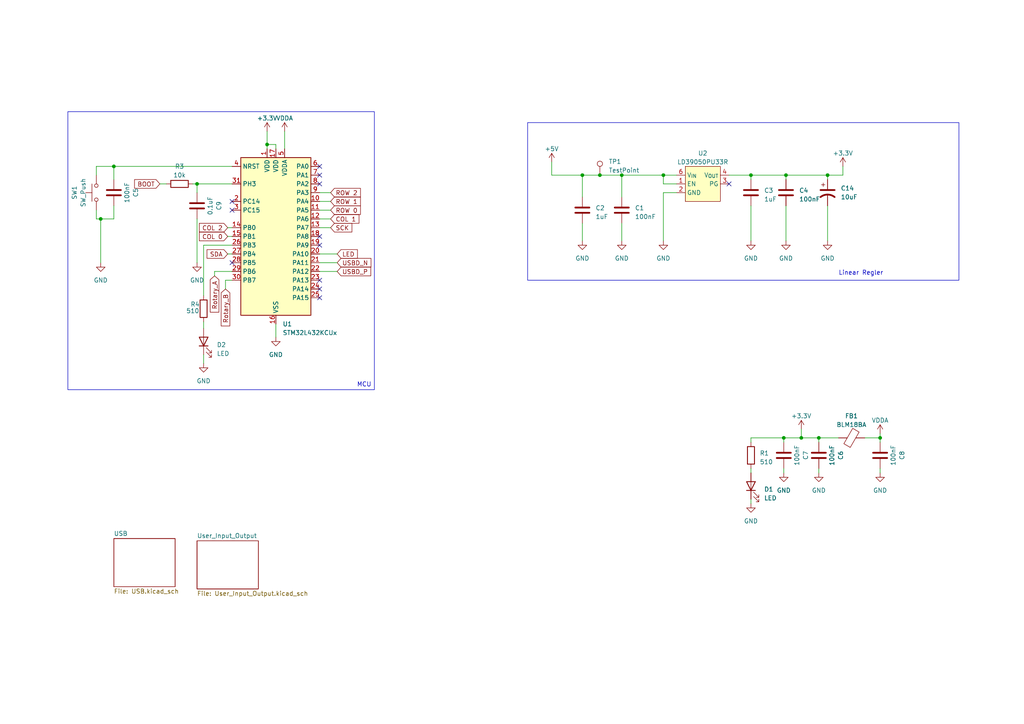
<source format=kicad_sch>
(kicad_sch (version 20230121) (generator eeschema)

  (uuid 41b3a189-fb3d-44ed-903d-e385e89f379a)

  (paper "A4")

  (title_block
    (title "MCU")
    (date "2023-03-20")
    (rev "V 0.1")
    (company "FHTW")
    (comment 1 "Author: Stundner Marco")
  )

  (lib_symbols
    (symbol "Connector:TestPoint" (pin_numbers hide) (pin_names (offset 0.762) hide) (in_bom yes) (on_board yes)
      (property "Reference" "TP" (at 0 6.858 0)
        (effects (font (size 1.27 1.27)))
      )
      (property "Value" "TestPoint" (at 0 5.08 0)
        (effects (font (size 1.27 1.27)))
      )
      (property "Footprint" "" (at 5.08 0 0)
        (effects (font (size 1.27 1.27)) hide)
      )
      (property "Datasheet" "~" (at 5.08 0 0)
        (effects (font (size 1.27 1.27)) hide)
      )
      (property "ki_keywords" "test point tp" (at 0 0 0)
        (effects (font (size 1.27 1.27)) hide)
      )
      (property "ki_description" "test point" (at 0 0 0)
        (effects (font (size 1.27 1.27)) hide)
      )
      (property "ki_fp_filters" "Pin* Test*" (at 0 0 0)
        (effects (font (size 1.27 1.27)) hide)
      )
      (symbol "TestPoint_0_1"
        (circle (center 0 3.302) (radius 0.762)
          (stroke (width 0) (type default))
          (fill (type none))
        )
      )
      (symbol "TestPoint_1_1"
        (pin passive line (at 0 0 90) (length 2.54)
          (name "1" (effects (font (size 1.27 1.27))))
          (number "1" (effects (font (size 1.27 1.27))))
        )
      )
    )
    (symbol "Device:C" (pin_numbers hide) (pin_names (offset 0.254)) (in_bom yes) (on_board yes)
      (property "Reference" "C" (at 0.635 2.54 0)
        (effects (font (size 1.27 1.27)) (justify left))
      )
      (property "Value" "C" (at 0.635 -2.54 0)
        (effects (font (size 1.27 1.27)) (justify left))
      )
      (property "Footprint" "" (at 0.9652 -3.81 0)
        (effects (font (size 1.27 1.27)) hide)
      )
      (property "Datasheet" "~" (at 0 0 0)
        (effects (font (size 1.27 1.27)) hide)
      )
      (property "ki_keywords" "cap capacitor" (at 0 0 0)
        (effects (font (size 1.27 1.27)) hide)
      )
      (property "ki_description" "Unpolarized capacitor" (at 0 0 0)
        (effects (font (size 1.27 1.27)) hide)
      )
      (property "ki_fp_filters" "C_*" (at 0 0 0)
        (effects (font (size 1.27 1.27)) hide)
      )
      (symbol "C_0_1"
        (polyline
          (pts
            (xy -2.032 -0.762)
            (xy 2.032 -0.762)
          )
          (stroke (width 0.508) (type default))
          (fill (type none))
        )
        (polyline
          (pts
            (xy -2.032 0.762)
            (xy 2.032 0.762)
          )
          (stroke (width 0.508) (type default))
          (fill (type none))
        )
      )
      (symbol "C_1_1"
        (pin passive line (at 0 3.81 270) (length 2.794)
          (name "~" (effects (font (size 1.27 1.27))))
          (number "1" (effects (font (size 1.27 1.27))))
        )
        (pin passive line (at 0 -3.81 90) (length 2.794)
          (name "~" (effects (font (size 1.27 1.27))))
          (number "2" (effects (font (size 1.27 1.27))))
        )
      )
    )
    (symbol "Device:C_Polarized_US" (pin_numbers hide) (pin_names (offset 0.254) hide) (in_bom yes) (on_board yes)
      (property "Reference" "C" (at 0.635 2.54 0)
        (effects (font (size 1.27 1.27)) (justify left))
      )
      (property "Value" "C_Polarized_US" (at 0.635 -2.54 0)
        (effects (font (size 1.27 1.27)) (justify left))
      )
      (property "Footprint" "" (at 0 0 0)
        (effects (font (size 1.27 1.27)) hide)
      )
      (property "Datasheet" "~" (at 0 0 0)
        (effects (font (size 1.27 1.27)) hide)
      )
      (property "ki_keywords" "cap capacitor" (at 0 0 0)
        (effects (font (size 1.27 1.27)) hide)
      )
      (property "ki_description" "Polarized capacitor, US symbol" (at 0 0 0)
        (effects (font (size 1.27 1.27)) hide)
      )
      (property "ki_fp_filters" "CP_*" (at 0 0 0)
        (effects (font (size 1.27 1.27)) hide)
      )
      (symbol "C_Polarized_US_0_1"
        (polyline
          (pts
            (xy -2.032 0.762)
            (xy 2.032 0.762)
          )
          (stroke (width 0.508) (type default))
          (fill (type none))
        )
        (polyline
          (pts
            (xy -1.778 2.286)
            (xy -0.762 2.286)
          )
          (stroke (width 0) (type default))
          (fill (type none))
        )
        (polyline
          (pts
            (xy -1.27 1.778)
            (xy -1.27 2.794)
          )
          (stroke (width 0) (type default))
          (fill (type none))
        )
        (arc (start 2.032 -1.27) (mid 0 -0.5572) (end -2.032 -1.27)
          (stroke (width 0.508) (type default))
          (fill (type none))
        )
      )
      (symbol "C_Polarized_US_1_1"
        (pin passive line (at 0 3.81 270) (length 2.794)
          (name "~" (effects (font (size 1.27 1.27))))
          (number "1" (effects (font (size 1.27 1.27))))
        )
        (pin passive line (at 0 -3.81 90) (length 3.302)
          (name "~" (effects (font (size 1.27 1.27))))
          (number "2" (effects (font (size 1.27 1.27))))
        )
      )
    )
    (symbol "Device:FerriteBead" (pin_numbers hide) (pin_names (offset 0)) (in_bom yes) (on_board yes)
      (property "Reference" "FB" (at -3.81 0.635 90)
        (effects (font (size 1.27 1.27)))
      )
      (property "Value" "FerriteBead" (at 3.81 0 90)
        (effects (font (size 1.27 1.27)))
      )
      (property "Footprint" "" (at -1.778 0 90)
        (effects (font (size 1.27 1.27)) hide)
      )
      (property "Datasheet" "~" (at 0 0 0)
        (effects (font (size 1.27 1.27)) hide)
      )
      (property "ki_keywords" "L ferrite bead inductor filter" (at 0 0 0)
        (effects (font (size 1.27 1.27)) hide)
      )
      (property "ki_description" "Ferrite bead" (at 0 0 0)
        (effects (font (size 1.27 1.27)) hide)
      )
      (property "ki_fp_filters" "Inductor_* L_* *Ferrite*" (at 0 0 0)
        (effects (font (size 1.27 1.27)) hide)
      )
      (symbol "FerriteBead_0_1"
        (polyline
          (pts
            (xy 0 -1.27)
            (xy 0 -1.2192)
          )
          (stroke (width 0) (type default))
          (fill (type none))
        )
        (polyline
          (pts
            (xy 0 1.27)
            (xy 0 1.2954)
          )
          (stroke (width 0) (type default))
          (fill (type none))
        )
        (polyline
          (pts
            (xy -2.7686 0.4064)
            (xy -1.7018 2.2606)
            (xy 2.7686 -0.3048)
            (xy 1.6764 -2.159)
            (xy -2.7686 0.4064)
          )
          (stroke (width 0) (type default))
          (fill (type none))
        )
      )
      (symbol "FerriteBead_1_1"
        (pin passive line (at 0 3.81 270) (length 2.54)
          (name "~" (effects (font (size 1.27 1.27))))
          (number "1" (effects (font (size 1.27 1.27))))
        )
        (pin passive line (at 0 -3.81 90) (length 2.54)
          (name "~" (effects (font (size 1.27 1.27))))
          (number "2" (effects (font (size 1.27 1.27))))
        )
      )
    )
    (symbol "Device:LED" (pin_numbers hide) (pin_names (offset 1.016) hide) (in_bom yes) (on_board yes)
      (property "Reference" "D" (at 0 2.54 0)
        (effects (font (size 1.27 1.27)))
      )
      (property "Value" "LED" (at 0 -2.54 0)
        (effects (font (size 1.27 1.27)))
      )
      (property "Footprint" "" (at 0 0 0)
        (effects (font (size 1.27 1.27)) hide)
      )
      (property "Datasheet" "~" (at 0 0 0)
        (effects (font (size 1.27 1.27)) hide)
      )
      (property "ki_keywords" "LED diode" (at 0 0 0)
        (effects (font (size 1.27 1.27)) hide)
      )
      (property "ki_description" "Light emitting diode" (at 0 0 0)
        (effects (font (size 1.27 1.27)) hide)
      )
      (property "ki_fp_filters" "LED* LED_SMD:* LED_THT:*" (at 0 0 0)
        (effects (font (size 1.27 1.27)) hide)
      )
      (symbol "LED_0_1"
        (polyline
          (pts
            (xy -1.27 -1.27)
            (xy -1.27 1.27)
          )
          (stroke (width 0.254) (type default))
          (fill (type none))
        )
        (polyline
          (pts
            (xy -1.27 0)
            (xy 1.27 0)
          )
          (stroke (width 0) (type default))
          (fill (type none))
        )
        (polyline
          (pts
            (xy 1.27 -1.27)
            (xy 1.27 1.27)
            (xy -1.27 0)
            (xy 1.27 -1.27)
          )
          (stroke (width 0.254) (type default))
          (fill (type none))
        )
        (polyline
          (pts
            (xy -3.048 -0.762)
            (xy -4.572 -2.286)
            (xy -3.81 -2.286)
            (xy -4.572 -2.286)
            (xy -4.572 -1.524)
          )
          (stroke (width 0) (type default))
          (fill (type none))
        )
        (polyline
          (pts
            (xy -1.778 -0.762)
            (xy -3.302 -2.286)
            (xy -2.54 -2.286)
            (xy -3.302 -2.286)
            (xy -3.302 -1.524)
          )
          (stroke (width 0) (type default))
          (fill (type none))
        )
      )
      (symbol "LED_1_1"
        (pin passive line (at -3.81 0 0) (length 2.54)
          (name "K" (effects (font (size 1.27 1.27))))
          (number "1" (effects (font (size 1.27 1.27))))
        )
        (pin passive line (at 3.81 0 180) (length 2.54)
          (name "A" (effects (font (size 1.27 1.27))))
          (number "2" (effects (font (size 1.27 1.27))))
        )
      )
    )
    (symbol "Device:R" (pin_numbers hide) (pin_names (offset 0)) (in_bom yes) (on_board yes)
      (property "Reference" "R" (at 2.032 0 90)
        (effects (font (size 1.27 1.27)))
      )
      (property "Value" "R" (at 0 0 90)
        (effects (font (size 1.27 1.27)))
      )
      (property "Footprint" "" (at -1.778 0 90)
        (effects (font (size 1.27 1.27)) hide)
      )
      (property "Datasheet" "~" (at 0 0 0)
        (effects (font (size 1.27 1.27)) hide)
      )
      (property "ki_keywords" "R res resistor" (at 0 0 0)
        (effects (font (size 1.27 1.27)) hide)
      )
      (property "ki_description" "Resistor" (at 0 0 0)
        (effects (font (size 1.27 1.27)) hide)
      )
      (property "ki_fp_filters" "R_*" (at 0 0 0)
        (effects (font (size 1.27 1.27)) hide)
      )
      (symbol "R_0_1"
        (rectangle (start -1.016 -2.54) (end 1.016 2.54)
          (stroke (width 0.254) (type default))
          (fill (type none))
        )
      )
      (symbol "R_1_1"
        (pin passive line (at 0 3.81 270) (length 1.27)
          (name "~" (effects (font (size 1.27 1.27))))
          (number "1" (effects (font (size 1.27 1.27))))
        )
        (pin passive line (at 0 -3.81 90) (length 1.27)
          (name "~" (effects (font (size 1.27 1.27))))
          (number "2" (effects (font (size 1.27 1.27))))
        )
      )
    )
    (symbol "MCU_ST_STM32L4:STM32L432KCUx" (in_bom yes) (on_board yes)
      (property "Reference" "U" (at -10.16 24.13 0)
        (effects (font (size 1.27 1.27)) (justify left))
      )
      (property "Value" "STM32L432KCUx" (at 5.08 24.13 0)
        (effects (font (size 1.27 1.27)) (justify left))
      )
      (property "Footprint" "Package_DFN_QFN:QFN-32-1EP_5x5mm_P0.5mm_EP3.45x3.45mm" (at -10.16 -22.86 0)
        (effects (font (size 1.27 1.27)) (justify right) hide)
      )
      (property "Datasheet" "https://www.st.com/resource/en/datasheet/stm32l432kc.pdf" (at 0 0 0)
        (effects (font (size 1.27 1.27)) hide)
      )
      (property "ki_locked" "" (at 0 0 0)
        (effects (font (size 1.27 1.27)))
      )
      (property "ki_keywords" "Arm Cortex-M4 STM32L4 STM32L4x2" (at 0 0 0)
        (effects (font (size 1.27 1.27)) hide)
      )
      (property "ki_description" "STMicroelectronics Arm Cortex-M4 MCU, 256KB flash, 64KB RAM, 80 MHz, 1.71-3.6V, 26 GPIO, UFQFPN32" (at 0 0 0)
        (effects (font (size 1.27 1.27)) hide)
      )
      (property "ki_fp_filters" "QFN*1EP*5x5mm*P0.5mm*" (at 0 0 0)
        (effects (font (size 1.27 1.27)) hide)
      )
      (symbol "STM32L432KCUx_0_1"
        (rectangle (start -10.16 -22.86) (end 10.16 22.86)
          (stroke (width 0.254) (type default))
          (fill (type background))
        )
      )
      (symbol "STM32L432KCUx_1_1"
        (pin power_in line (at -2.54 25.4 270) (length 2.54)
          (name "VDD" (effects (font (size 1.27 1.27))))
          (number "1" (effects (font (size 1.27 1.27))))
        )
        (pin bidirectional line (at 12.7 10.16 180) (length 2.54)
          (name "PA4" (effects (font (size 1.27 1.27))))
          (number "10" (effects (font (size 1.27 1.27))))
          (alternate "ADC1_IN9" bidirectional line)
          (alternate "COMP1_INM" bidirectional line)
          (alternate "COMP2_INM" bidirectional line)
          (alternate "DAC1_OUT1" bidirectional line)
          (alternate "LPTIM2_OUT" bidirectional line)
          (alternate "SAI1_FS_B" bidirectional line)
          (alternate "SPI1_NSS" bidirectional line)
          (alternate "SPI3_NSS" bidirectional line)
          (alternate "USART2_CK" bidirectional line)
        )
        (pin bidirectional line (at 12.7 7.62 180) (length 2.54)
          (name "PA5" (effects (font (size 1.27 1.27))))
          (number "11" (effects (font (size 1.27 1.27))))
          (alternate "ADC1_IN10" bidirectional line)
          (alternate "COMP1_INM" bidirectional line)
          (alternate "COMP2_INM" bidirectional line)
          (alternate "DAC1_OUT2" bidirectional line)
          (alternate "LPTIM2_ETR" bidirectional line)
          (alternate "SPI1_SCK" bidirectional line)
          (alternate "TIM2_CH1" bidirectional line)
          (alternate "TIM2_ETR" bidirectional line)
        )
        (pin bidirectional line (at 12.7 5.08 180) (length 2.54)
          (name "PA6" (effects (font (size 1.27 1.27))))
          (number "12" (effects (font (size 1.27 1.27))))
          (alternate "ADC1_IN11" bidirectional line)
          (alternate "COMP1_OUT" bidirectional line)
          (alternate "LPUART1_CTS" bidirectional line)
          (alternate "QUADSPI_BK1_IO3" bidirectional line)
          (alternate "SPI1_MISO" bidirectional line)
          (alternate "TIM16_CH1" bidirectional line)
          (alternate "TIM1_BKIN" bidirectional line)
          (alternate "TIM1_BKIN_COMP2" bidirectional line)
        )
        (pin bidirectional line (at 12.7 2.54 180) (length 2.54)
          (name "PA7" (effects (font (size 1.27 1.27))))
          (number "13" (effects (font (size 1.27 1.27))))
          (alternate "ADC1_IN12" bidirectional line)
          (alternate "COMP2_OUT" bidirectional line)
          (alternate "I2C3_SCL" bidirectional line)
          (alternate "QUADSPI_BK1_IO2" bidirectional line)
          (alternate "SPI1_MOSI" bidirectional line)
          (alternate "TIM1_CH1N" bidirectional line)
        )
        (pin bidirectional line (at -12.7 2.54 0) (length 2.54)
          (name "PB0" (effects (font (size 1.27 1.27))))
          (number "14" (effects (font (size 1.27 1.27))))
          (alternate "ADC1_IN15" bidirectional line)
          (alternate "COMP1_OUT" bidirectional line)
          (alternate "QUADSPI_BK1_IO1" bidirectional line)
          (alternate "SAI1_EXTCLK" bidirectional line)
          (alternate "SPI1_NSS" bidirectional line)
          (alternate "TIM1_CH2N" bidirectional line)
        )
        (pin bidirectional line (at -12.7 0 0) (length 2.54)
          (name "PB1" (effects (font (size 1.27 1.27))))
          (number "15" (effects (font (size 1.27 1.27))))
          (alternate "ADC1_IN16" bidirectional line)
          (alternate "COMP1_INM" bidirectional line)
          (alternate "LPTIM2_IN1" bidirectional line)
          (alternate "LPUART1_DE" bidirectional line)
          (alternate "LPUART1_RTS" bidirectional line)
          (alternate "QUADSPI_BK1_IO0" bidirectional line)
          (alternate "TIM1_CH3N" bidirectional line)
        )
        (pin power_in line (at 0 -25.4 90) (length 2.54)
          (name "VSS" (effects (font (size 1.27 1.27))))
          (number "16" (effects (font (size 1.27 1.27))))
        )
        (pin power_in line (at 0 25.4 270) (length 2.54)
          (name "VDD" (effects (font (size 1.27 1.27))))
          (number "17" (effects (font (size 1.27 1.27))))
        )
        (pin bidirectional line (at 12.7 0 180) (length 2.54)
          (name "PA8" (effects (font (size 1.27 1.27))))
          (number "18" (effects (font (size 1.27 1.27))))
          (alternate "LPTIM2_OUT" bidirectional line)
          (alternate "RCC_MCO" bidirectional line)
          (alternate "SAI1_SCK_A" bidirectional line)
          (alternate "SWPMI1_IO" bidirectional line)
          (alternate "TIM1_CH1" bidirectional line)
          (alternate "USART1_CK" bidirectional line)
        )
        (pin bidirectional line (at 12.7 -2.54 180) (length 2.54)
          (name "PA9" (effects (font (size 1.27 1.27))))
          (number "19" (effects (font (size 1.27 1.27))))
          (alternate "DAC1_EXTI9" bidirectional line)
          (alternate "I2C1_SCL" bidirectional line)
          (alternate "SAI1_FS_A" bidirectional line)
          (alternate "TIM15_BKIN" bidirectional line)
          (alternate "TIM1_CH2" bidirectional line)
          (alternate "USART1_TX" bidirectional line)
        )
        (pin bidirectional line (at -12.7 10.16 0) (length 2.54)
          (name "PC14" (effects (font (size 1.27 1.27))))
          (number "2" (effects (font (size 1.27 1.27))))
          (alternate "RCC_OSC32_IN" bidirectional line)
        )
        (pin bidirectional line (at 12.7 -5.08 180) (length 2.54)
          (name "PA10" (effects (font (size 1.27 1.27))))
          (number "20" (effects (font (size 1.27 1.27))))
          (alternate "CRS_SYNC" bidirectional line)
          (alternate "I2C1_SDA" bidirectional line)
          (alternate "SAI1_SD_A" bidirectional line)
          (alternate "TIM1_CH3" bidirectional line)
          (alternate "USART1_RX" bidirectional line)
        )
        (pin bidirectional line (at 12.7 -7.62 180) (length 2.54)
          (name "PA11" (effects (font (size 1.27 1.27))))
          (number "21" (effects (font (size 1.27 1.27))))
          (alternate "ADC1_EXTI11" bidirectional line)
          (alternate "CAN1_RX" bidirectional line)
          (alternate "COMP1_OUT" bidirectional line)
          (alternate "SPI1_MISO" bidirectional line)
          (alternate "TIM1_BKIN2" bidirectional line)
          (alternate "TIM1_BKIN2_COMP1" bidirectional line)
          (alternate "TIM1_CH4" bidirectional line)
          (alternate "USART1_CTS" bidirectional line)
          (alternate "USB_DM" bidirectional line)
        )
        (pin bidirectional line (at 12.7 -10.16 180) (length 2.54)
          (name "PA12" (effects (font (size 1.27 1.27))))
          (number "22" (effects (font (size 1.27 1.27))))
          (alternate "CAN1_TX" bidirectional line)
          (alternate "SPI1_MOSI" bidirectional line)
          (alternate "TIM1_ETR" bidirectional line)
          (alternate "USART1_DE" bidirectional line)
          (alternate "USART1_RTS" bidirectional line)
          (alternate "USB_DP" bidirectional line)
        )
        (pin bidirectional line (at 12.7 -12.7 180) (length 2.54)
          (name "PA13" (effects (font (size 1.27 1.27))))
          (number "23" (effects (font (size 1.27 1.27))))
          (alternate "IR_OUT" bidirectional line)
          (alternate "SAI1_SD_B" bidirectional line)
          (alternate "SWPMI1_TX" bidirectional line)
          (alternate "SYS_JTMS-SWDIO" bidirectional line)
          (alternate "USB_NOE" bidirectional line)
        )
        (pin bidirectional line (at 12.7 -15.24 180) (length 2.54)
          (name "PA14" (effects (font (size 1.27 1.27))))
          (number "24" (effects (font (size 1.27 1.27))))
          (alternate "I2C1_SMBA" bidirectional line)
          (alternate "LPTIM1_OUT" bidirectional line)
          (alternate "SAI1_FS_B" bidirectional line)
          (alternate "SWPMI1_RX" bidirectional line)
          (alternate "SYS_JTCK-SWCLK" bidirectional line)
        )
        (pin bidirectional line (at 12.7 -17.78 180) (length 2.54)
          (name "PA15" (effects (font (size 1.27 1.27))))
          (number "25" (effects (font (size 1.27 1.27))))
          (alternate "ADC1_EXTI15" bidirectional line)
          (alternate "SPI1_NSS" bidirectional line)
          (alternate "SPI3_NSS" bidirectional line)
          (alternate "SWPMI1_SUSPEND" bidirectional line)
          (alternate "SYS_JTDI" bidirectional line)
          (alternate "TIM2_CH1" bidirectional line)
          (alternate "TIM2_ETR" bidirectional line)
          (alternate "USART2_RX" bidirectional line)
        )
        (pin bidirectional line (at -12.7 -2.54 0) (length 2.54)
          (name "PB3" (effects (font (size 1.27 1.27))))
          (number "26" (effects (font (size 1.27 1.27))))
          (alternate "COMP2_INM" bidirectional line)
          (alternate "SAI1_SCK_B" bidirectional line)
          (alternate "SPI1_SCK" bidirectional line)
          (alternate "SPI3_SCK" bidirectional line)
          (alternate "SYS_JTDO-SWO" bidirectional line)
          (alternate "TIM2_CH2" bidirectional line)
          (alternate "USART1_DE" bidirectional line)
          (alternate "USART1_RTS" bidirectional line)
        )
        (pin bidirectional line (at -12.7 -5.08 0) (length 2.54)
          (name "PB4" (effects (font (size 1.27 1.27))))
          (number "27" (effects (font (size 1.27 1.27))))
          (alternate "COMP2_INP" bidirectional line)
          (alternate "I2C3_SDA" bidirectional line)
          (alternate "SAI1_MCLK_B" bidirectional line)
          (alternate "SPI1_MISO" bidirectional line)
          (alternate "SPI3_MISO" bidirectional line)
          (alternate "SYS_JTRST" bidirectional line)
          (alternate "TSC_G2_IO1" bidirectional line)
          (alternate "USART1_CTS" bidirectional line)
        )
        (pin bidirectional line (at -12.7 -7.62 0) (length 2.54)
          (name "PB5" (effects (font (size 1.27 1.27))))
          (number "28" (effects (font (size 1.27 1.27))))
          (alternate "COMP2_OUT" bidirectional line)
          (alternate "I2C1_SMBA" bidirectional line)
          (alternate "LPTIM1_IN1" bidirectional line)
          (alternate "SAI1_SD_B" bidirectional line)
          (alternate "SPI1_MOSI" bidirectional line)
          (alternate "SPI3_MOSI" bidirectional line)
          (alternate "TIM16_BKIN" bidirectional line)
          (alternate "TSC_G2_IO2" bidirectional line)
          (alternate "USART1_CK" bidirectional line)
        )
        (pin bidirectional line (at -12.7 -10.16 0) (length 2.54)
          (name "PB6" (effects (font (size 1.27 1.27))))
          (number "29" (effects (font (size 1.27 1.27))))
          (alternate "COMP2_INP" bidirectional line)
          (alternate "I2C1_SCL" bidirectional line)
          (alternate "LPTIM1_ETR" bidirectional line)
          (alternate "SAI1_FS_B" bidirectional line)
          (alternate "TIM16_CH1N" bidirectional line)
          (alternate "TSC_G2_IO3" bidirectional line)
          (alternate "USART1_TX" bidirectional line)
        )
        (pin bidirectional line (at -12.7 7.62 0) (length 2.54)
          (name "PC15" (effects (font (size 1.27 1.27))))
          (number "3" (effects (font (size 1.27 1.27))))
          (alternate "ADC1_EXTI15" bidirectional line)
          (alternate "RCC_OSC32_OUT" bidirectional line)
        )
        (pin bidirectional line (at -12.7 -12.7 0) (length 2.54)
          (name "PB7" (effects (font (size 1.27 1.27))))
          (number "30" (effects (font (size 1.27 1.27))))
          (alternate "COMP2_INM" bidirectional line)
          (alternate "I2C1_SDA" bidirectional line)
          (alternate "LPTIM1_IN2" bidirectional line)
          (alternate "SYS_PVD_IN" bidirectional line)
          (alternate "TSC_G2_IO4" bidirectional line)
          (alternate "USART1_RX" bidirectional line)
        )
        (pin bidirectional line (at -12.7 15.24 0) (length 2.54)
          (name "PH3" (effects (font (size 1.27 1.27))))
          (number "31" (effects (font (size 1.27 1.27))))
        )
        (pin passive line (at 0 -25.4 90) (length 2.54) hide
          (name "VSS" (effects (font (size 1.27 1.27))))
          (number "32" (effects (font (size 1.27 1.27))))
        )
        (pin passive line (at 0 -25.4 90) (length 2.54) hide
          (name "VSS" (effects (font (size 1.27 1.27))))
          (number "33" (effects (font (size 1.27 1.27))))
        )
        (pin input line (at -12.7 20.32 0) (length 2.54)
          (name "NRST" (effects (font (size 1.27 1.27))))
          (number "4" (effects (font (size 1.27 1.27))))
        )
        (pin power_in line (at 2.54 25.4 270) (length 2.54)
          (name "VDDA" (effects (font (size 1.27 1.27))))
          (number "5" (effects (font (size 1.27 1.27))))
        )
        (pin bidirectional line (at 12.7 20.32 180) (length 2.54)
          (name "PA0" (effects (font (size 1.27 1.27))))
          (number "6" (effects (font (size 1.27 1.27))))
          (alternate "ADC1_IN5" bidirectional line)
          (alternate "COMP1_INM" bidirectional line)
          (alternate "COMP1_OUT" bidirectional line)
          (alternate "OPAMP1_VINP" bidirectional line)
          (alternate "RCC_CK_IN" bidirectional line)
          (alternate "RTC_TAMP2" bidirectional line)
          (alternate "SAI1_EXTCLK" bidirectional line)
          (alternate "SYS_WKUP1" bidirectional line)
          (alternate "TIM2_CH1" bidirectional line)
          (alternate "TIM2_ETR" bidirectional line)
          (alternate "USART2_CTS" bidirectional line)
        )
        (pin bidirectional line (at 12.7 17.78 180) (length 2.54)
          (name "PA1" (effects (font (size 1.27 1.27))))
          (number "7" (effects (font (size 1.27 1.27))))
          (alternate "ADC1_IN6" bidirectional line)
          (alternate "COMP1_INP" bidirectional line)
          (alternate "I2C1_SMBA" bidirectional line)
          (alternate "OPAMP1_VINM" bidirectional line)
          (alternate "SPI1_SCK" bidirectional line)
          (alternate "TIM15_CH1N" bidirectional line)
          (alternate "TIM2_CH2" bidirectional line)
          (alternate "USART2_DE" bidirectional line)
          (alternate "USART2_RTS" bidirectional line)
        )
        (pin bidirectional line (at 12.7 15.24 180) (length 2.54)
          (name "PA2" (effects (font (size 1.27 1.27))))
          (number "8" (effects (font (size 1.27 1.27))))
          (alternate "ADC1_IN7" bidirectional line)
          (alternate "COMP2_INM" bidirectional line)
          (alternate "COMP2_OUT" bidirectional line)
          (alternate "LPUART1_TX" bidirectional line)
          (alternate "QUADSPI_BK1_NCS" bidirectional line)
          (alternate "RCC_LSCO" bidirectional line)
          (alternate "SYS_WKUP4" bidirectional line)
          (alternate "TIM15_CH1" bidirectional line)
          (alternate "TIM2_CH3" bidirectional line)
          (alternate "USART2_TX" bidirectional line)
        )
        (pin bidirectional line (at 12.7 12.7 180) (length 2.54)
          (name "PA3" (effects (font (size 1.27 1.27))))
          (number "9" (effects (font (size 1.27 1.27))))
          (alternate "ADC1_IN8" bidirectional line)
          (alternate "COMP2_INP" bidirectional line)
          (alternate "LPUART1_RX" bidirectional line)
          (alternate "OPAMP1_VOUT" bidirectional line)
          (alternate "QUADSPI_CLK" bidirectional line)
          (alternate "SAI1_MCLK_A" bidirectional line)
          (alternate "TIM15_CH2" bidirectional line)
          (alternate "TIM2_CH4" bidirectional line)
          (alternate "USART2_RX" bidirectional line)
        )
      )
    )
    (symbol "Switch:SW_Push" (pin_numbers hide) (pin_names (offset 1.016) hide) (in_bom yes) (on_board yes)
      (property "Reference" "SW" (at 1.27 2.54 0)
        (effects (font (size 1.27 1.27)) (justify left))
      )
      (property "Value" "SW_Push" (at 0 -1.524 0)
        (effects (font (size 1.27 1.27)))
      )
      (property "Footprint" "" (at 0 5.08 0)
        (effects (font (size 1.27 1.27)) hide)
      )
      (property "Datasheet" "~" (at 0 5.08 0)
        (effects (font (size 1.27 1.27)) hide)
      )
      (property "ki_keywords" "switch normally-open pushbutton push-button" (at 0 0 0)
        (effects (font (size 1.27 1.27)) hide)
      )
      (property "ki_description" "Push button switch, generic, two pins" (at 0 0 0)
        (effects (font (size 1.27 1.27)) hide)
      )
      (symbol "SW_Push_0_1"
        (circle (center -2.032 0) (radius 0.508)
          (stroke (width 0) (type default))
          (fill (type none))
        )
        (polyline
          (pts
            (xy 0 1.27)
            (xy 0 3.048)
          )
          (stroke (width 0) (type default))
          (fill (type none))
        )
        (polyline
          (pts
            (xy 2.54 1.27)
            (xy -2.54 1.27)
          )
          (stroke (width 0) (type default))
          (fill (type none))
        )
        (circle (center 2.032 0) (radius 0.508)
          (stroke (width 0) (type default))
          (fill (type none))
        )
        (pin passive line (at -5.08 0 0) (length 2.54)
          (name "1" (effects (font (size 1.27 1.27))))
          (number "1" (effects (font (size 1.27 1.27))))
        )
        (pin passive line (at 5.08 0 180) (length 2.54)
          (name "2" (effects (font (size 1.27 1.27))))
          (number "2" (effects (font (size 1.27 1.27))))
        )
      )
    )
    (symbol "custom:LD39050PU33R" (in_bom yes) (on_board yes)
      (property "Reference" "U2" (at 0 6.35 0)
        (effects (font (size 1.27 1.27)))
      )
      (property "Value" "LD39050PU33R" (at 0 3.81 0)
        (effects (font (size 1.27 1.27)))
      )
      (property "Footprint" "custom:LD39050_DFN6" (at 0 0 0)
        (effects (font (size 1.27 1.27)) hide)
      )
      (property "Datasheet" "" (at 0 0 0)
        (effects (font (size 1.27 1.27)) hide)
      )
      (symbol "LD39050PU33R_0_0"
        (pin input line (at -7.62 -2.54 0) (length 2.54)
          (name "EN" (effects (font (size 1.27 1.27))))
          (number "1" (effects (font (size 1.27 1.27))))
        )
        (pin power_in line (at -7.62 -5.08 0) (length 2.54)
          (name "GND" (effects (font (size 1.27 1.27))))
          (number "2" (effects (font (size 1.27 1.27))))
        )
        (pin open_collector line (at 7.62 -2.54 180) (length 2.54)
          (name "PG" (effects (font (size 1.27 1.27))))
          (number "3" (effects (font (size 1.27 1.27))))
        )
        (pin power_out line (at 7.62 0 180) (length 2.54)
          (name "V_{OUT}" (effects (font (size 1.27 1.27))))
          (number "4" (effects (font (size 1.27 1.27))))
        )
        (pin passive line (at -7.62 -5.08 0) (length 2.54) hide
          (name "GND" (effects (font (size 1.27 1.27))))
          (number "5" (effects (font (size 1.27 1.27))))
        )
        (pin power_in line (at -7.62 0 0) (length 2.54)
          (name "V_{IN}" (effects (font (size 1.27 1.27))))
          (number "6" (effects (font (size 1.27 1.27))))
        )
      )
      (symbol "LD39050PU33R_0_1"
        (rectangle (start -5.08 2.54) (end 5.08 -7.62)
          (stroke (width 0) (type default))
          (fill (type background))
        )
      )
    )
    (symbol "power:+3.3V" (power) (pin_names (offset 0)) (in_bom yes) (on_board yes)
      (property "Reference" "#PWR" (at 0 -3.81 0)
        (effects (font (size 1.27 1.27)) hide)
      )
      (property "Value" "+3.3V" (at 0 3.556 0)
        (effects (font (size 1.27 1.27)))
      )
      (property "Footprint" "" (at 0 0 0)
        (effects (font (size 1.27 1.27)) hide)
      )
      (property "Datasheet" "" (at 0 0 0)
        (effects (font (size 1.27 1.27)) hide)
      )
      (property "ki_keywords" "global power" (at 0 0 0)
        (effects (font (size 1.27 1.27)) hide)
      )
      (property "ki_description" "Power symbol creates a global label with name \"+3.3V\"" (at 0 0 0)
        (effects (font (size 1.27 1.27)) hide)
      )
      (symbol "+3.3V_0_1"
        (polyline
          (pts
            (xy -0.762 1.27)
            (xy 0 2.54)
          )
          (stroke (width 0) (type default))
          (fill (type none))
        )
        (polyline
          (pts
            (xy 0 0)
            (xy 0 2.54)
          )
          (stroke (width 0) (type default))
          (fill (type none))
        )
        (polyline
          (pts
            (xy 0 2.54)
            (xy 0.762 1.27)
          )
          (stroke (width 0) (type default))
          (fill (type none))
        )
      )
      (symbol "+3.3V_1_1"
        (pin power_in line (at 0 0 90) (length 0) hide
          (name "+3.3V" (effects (font (size 1.27 1.27))))
          (number "1" (effects (font (size 1.27 1.27))))
        )
      )
    )
    (symbol "power:+5V" (power) (pin_names (offset 0)) (in_bom yes) (on_board yes)
      (property "Reference" "#PWR" (at 0 -3.81 0)
        (effects (font (size 1.27 1.27)) hide)
      )
      (property "Value" "+5V" (at 0 3.556 0)
        (effects (font (size 1.27 1.27)))
      )
      (property "Footprint" "" (at 0 0 0)
        (effects (font (size 1.27 1.27)) hide)
      )
      (property "Datasheet" "" (at 0 0 0)
        (effects (font (size 1.27 1.27)) hide)
      )
      (property "ki_keywords" "global power" (at 0 0 0)
        (effects (font (size 1.27 1.27)) hide)
      )
      (property "ki_description" "Power symbol creates a global label with name \"+5V\"" (at 0 0 0)
        (effects (font (size 1.27 1.27)) hide)
      )
      (symbol "+5V_0_1"
        (polyline
          (pts
            (xy -0.762 1.27)
            (xy 0 2.54)
          )
          (stroke (width 0) (type default))
          (fill (type none))
        )
        (polyline
          (pts
            (xy 0 0)
            (xy 0 2.54)
          )
          (stroke (width 0) (type default))
          (fill (type none))
        )
        (polyline
          (pts
            (xy 0 2.54)
            (xy 0.762 1.27)
          )
          (stroke (width 0) (type default))
          (fill (type none))
        )
      )
      (symbol "+5V_1_1"
        (pin power_in line (at 0 0 90) (length 0) hide
          (name "+5V" (effects (font (size 1.27 1.27))))
          (number "1" (effects (font (size 1.27 1.27))))
        )
      )
    )
    (symbol "power:GND" (power) (pin_names (offset 0)) (in_bom yes) (on_board yes)
      (property "Reference" "#PWR" (at 0 -6.35 0)
        (effects (font (size 1.27 1.27)) hide)
      )
      (property "Value" "GND" (at 0 -3.81 0)
        (effects (font (size 1.27 1.27)))
      )
      (property "Footprint" "" (at 0 0 0)
        (effects (font (size 1.27 1.27)) hide)
      )
      (property "Datasheet" "" (at 0 0 0)
        (effects (font (size 1.27 1.27)) hide)
      )
      (property "ki_keywords" "global power" (at 0 0 0)
        (effects (font (size 1.27 1.27)) hide)
      )
      (property "ki_description" "Power symbol creates a global label with name \"GND\" , ground" (at 0 0 0)
        (effects (font (size 1.27 1.27)) hide)
      )
      (symbol "GND_0_1"
        (polyline
          (pts
            (xy 0 0)
            (xy 0 -1.27)
            (xy 1.27 -1.27)
            (xy 0 -2.54)
            (xy -1.27 -1.27)
            (xy 0 -1.27)
          )
          (stroke (width 0) (type default))
          (fill (type none))
        )
      )
      (symbol "GND_1_1"
        (pin power_in line (at 0 0 270) (length 0) hide
          (name "GND" (effects (font (size 1.27 1.27))))
          (number "1" (effects (font (size 1.27 1.27))))
        )
      )
    )
    (symbol "power:VDDA" (power) (pin_names (offset 0)) (in_bom yes) (on_board yes)
      (property "Reference" "#PWR" (at 0 -3.81 0)
        (effects (font (size 1.27 1.27)) hide)
      )
      (property "Value" "VDDA" (at 0 3.81 0)
        (effects (font (size 1.27 1.27)))
      )
      (property "Footprint" "" (at 0 0 0)
        (effects (font (size 1.27 1.27)) hide)
      )
      (property "Datasheet" "" (at 0 0 0)
        (effects (font (size 1.27 1.27)) hide)
      )
      (property "ki_keywords" "global power" (at 0 0 0)
        (effects (font (size 1.27 1.27)) hide)
      )
      (property "ki_description" "Power symbol creates a global label with name \"VDDA\"" (at 0 0 0)
        (effects (font (size 1.27 1.27)) hide)
      )
      (symbol "VDDA_0_1"
        (polyline
          (pts
            (xy -0.762 1.27)
            (xy 0 2.54)
          )
          (stroke (width 0) (type default))
          (fill (type none))
        )
        (polyline
          (pts
            (xy 0 0)
            (xy 0 2.54)
          )
          (stroke (width 0) (type default))
          (fill (type none))
        )
        (polyline
          (pts
            (xy 0 2.54)
            (xy 0.762 1.27)
          )
          (stroke (width 0) (type default))
          (fill (type none))
        )
      )
      (symbol "VDDA_1_1"
        (pin power_in line (at 0 0 90) (length 0) hide
          (name "VDDA" (effects (font (size 1.27 1.27))))
          (number "1" (effects (font (size 1.27 1.27))))
        )
      )
    )
  )

  (junction (at 29.21 63.5) (diameter 0) (color 0 0 0 0)
    (uuid 009d5ee7-fc5f-4b99-9d5a-afc903e33f10)
  )
  (junction (at 192.405 50.8) (diameter 0) (color 0 0 0 0)
    (uuid 07a20d5c-e445-4fe3-9ac1-f914f83a6281)
  )
  (junction (at 217.805 50.8) (diameter 0) (color 0 0 0 0)
    (uuid 2729af8e-5fb6-4d4c-a551-d1a7dc19376e)
  )
  (junction (at 227.33 127) (diameter 0) (color 0 0 0 0)
    (uuid 5eb32c19-9d08-406e-89eb-66a7583d2564)
  )
  (junction (at 237.49 127) (diameter 0) (color 0 0 0 0)
    (uuid 6e504029-132f-4301-8c60-c6aff1709fcf)
  )
  (junction (at 255.27 127) (diameter 0) (color 0 0 0 0)
    (uuid 6e69d1f0-1a5c-45e2-a44c-00eb26adcd7d)
  )
  (junction (at 173.99 50.8) (diameter 0) (color 0 0 0 0)
    (uuid 70952959-c0a7-4c30-92d1-bcfd65be35fa)
  )
  (junction (at 57.15 53.34) (diameter 0) (color 0 0 0 0)
    (uuid a1704d53-52db-4564-91d5-009e535787e8)
  )
  (junction (at 33.02 48.26) (diameter 0) (color 0 0 0 0)
    (uuid aa666073-db1b-4e0c-b9a4-a2b81790d831)
  )
  (junction (at 227.965 50.8) (diameter 0) (color 0 0 0 0)
    (uuid b303d32b-2fc4-41ed-80d0-6db8774c102a)
  )
  (junction (at 240.03 50.8) (diameter 0) (color 0 0 0 0)
    (uuid d33cf3fa-8c38-4243-aa5a-ab105fb71bfb)
  )
  (junction (at 168.91 50.8) (diameter 0) (color 0 0 0 0)
    (uuid d7418694-8a03-4d45-a859-93adac309fb9)
  )
  (junction (at 232.41 127) (diameter 0) (color 0 0 0 0)
    (uuid e2358bbb-cdc3-4677-b445-b05013be36cf)
  )
  (junction (at 77.47 41.91) (diameter 0) (color 0 0 0 0)
    (uuid eb9b095b-e682-4974-b711-67a4eb1f2e50)
  )
  (junction (at 180.34 50.8) (diameter 0) (color 0 0 0 0)
    (uuid ed4ad0cf-19d0-4aff-abf1-b359a4531270)
  )

  (no_connect (at 67.31 58.42) (uuid 0594aa70-6d27-44c6-a7e4-4d074064e234))
  (no_connect (at 92.71 71.12) (uuid 3ce91cad-4aff-489b-bff8-dc42e1951d55))
  (no_connect (at 92.71 86.36) (uuid 5df40fc6-b822-4fa7-8dc1-614cf6db109c))
  (no_connect (at 211.455 53.34) (uuid 6192ed8b-1318-4fee-9f49-a3cf8ee55a1b))
  (no_connect (at 92.71 68.58) (uuid 791d6c57-d563-4749-a54e-f69ff82c8ab1))
  (no_connect (at 92.71 50.8) (uuid 864b14b4-bb58-4e1a-a253-0787a1f7ad28))
  (no_connect (at 92.71 53.34) (uuid 86de69bb-a484-40d8-9d76-1922cf0bce0a))
  (no_connect (at 92.71 81.28) (uuid 8b862ad4-048f-416d-8496-25ecbc642155))
  (no_connect (at 67.31 76.2) (uuid a61e64ad-07c4-4600-981d-d18d1c926a86))
  (no_connect (at 67.31 60.96) (uuid ab0244ea-e034-4958-a03a-f7b0a4ffb45e))
  (no_connect (at 92.71 83.82) (uuid b382a20b-9b01-4ae2-b5e6-9dff1571a30b))
  (no_connect (at 92.71 48.26) (uuid c4635aed-fc86-48d6-8235-e29682e44b5a))

  (wire (pts (xy 66.04 73.66) (xy 67.31 73.66))
    (stroke (width 0) (type default))
    (uuid 067fc226-95fd-4b72-89e6-a9a008f7efbf)
  )
  (wire (pts (xy 92.71 66.04) (xy 95.885 66.04))
    (stroke (width 0) (type default))
    (uuid 072fd7e5-438d-4de1-b238-19916d806125)
  )
  (wire (pts (xy 227.965 50.8) (xy 240.03 50.8))
    (stroke (width 0) (type default))
    (uuid 0bd5cff4-6a21-4657-addb-f7f2fe7686a7)
  )
  (wire (pts (xy 244.475 48.26) (xy 244.475 50.8))
    (stroke (width 0) (type default))
    (uuid 11b2f4db-2809-4b6d-990d-1e0f240b84db)
  )
  (wire (pts (xy 160.02 46.99) (xy 160.02 50.8))
    (stroke (width 0) (type default))
    (uuid 121875de-3e96-4f6c-be11-4df845ea1b16)
  )
  (wire (pts (xy 62.23 80.01) (xy 62.23 78.74))
    (stroke (width 0) (type default))
    (uuid 125b0da1-6169-404f-a16d-baad15336200)
  )
  (wire (pts (xy 92.71 78.74) (xy 97.79 78.74))
    (stroke (width 0) (type default))
    (uuid 1a3ea551-61d8-48c2-a0c6-970435f308e4)
  )
  (wire (pts (xy 33.02 63.5) (xy 29.21 63.5))
    (stroke (width 0) (type default))
    (uuid 1e5739c2-6f83-4478-9993-bbdd6885e365)
  )
  (wire (pts (xy 217.805 135.89) (xy 217.805 137.16))
    (stroke (width 0) (type default))
    (uuid 1ef06936-6585-4329-8253-5d6769aa72e5)
  )
  (wire (pts (xy 168.91 50.8) (xy 168.91 57.15))
    (stroke (width 0) (type default))
    (uuid 1f0078bc-c43e-45e3-80d1-1d80df4a4a7b)
  )
  (wire (pts (xy 29.21 63.5) (xy 29.21 76.2))
    (stroke (width 0) (type default))
    (uuid 2472b0fd-5e39-4eb7-937f-485d71971cc9)
  )
  (wire (pts (xy 217.805 127) (xy 217.805 128.27))
    (stroke (width 0) (type default))
    (uuid 25d60ed8-a853-4af0-bdb9-89cd9c0afaab)
  )
  (wire (pts (xy 180.34 64.77) (xy 180.34 69.85))
    (stroke (width 0) (type default))
    (uuid 2773c0fe-7fca-4f6a-9760-2601ea185273)
  )
  (wire (pts (xy 192.405 50.8) (xy 196.215 50.8))
    (stroke (width 0) (type default))
    (uuid 2854b8c6-aff9-43fe-b1d0-d7c5c11b5016)
  )
  (wire (pts (xy 180.34 50.8) (xy 192.405 50.8))
    (stroke (width 0) (type default))
    (uuid 2c0ac1c0-b033-456b-8bd7-bfc36712343e)
  )
  (wire (pts (xy 82.55 38.1) (xy 82.55 43.18))
    (stroke (width 0) (type default))
    (uuid 2f7c1d54-5179-46b0-a1a0-dbdf6e7942b5)
  )
  (wire (pts (xy 65.405 81.28) (xy 65.405 83.82))
    (stroke (width 0) (type default))
    (uuid 3858274e-0e2f-45bf-88e1-0bf5a3f706dd)
  )
  (wire (pts (xy 59.055 71.12) (xy 59.055 85.725))
    (stroke (width 0) (type default))
    (uuid 3b8bf0cc-73de-4eec-b126-95cde76b5601)
  )
  (wire (pts (xy 237.49 127) (xy 237.49 128.27))
    (stroke (width 0) (type default))
    (uuid 473a6bec-f58c-4dc0-b414-43d7c91383d2)
  )
  (wire (pts (xy 237.49 135.89) (xy 237.49 137.16))
    (stroke (width 0) (type default))
    (uuid 4dbab48a-9a9c-479f-bd4b-b5d24574d7b3)
  )
  (wire (pts (xy 173.99 50.8) (xy 180.34 50.8))
    (stroke (width 0) (type default))
    (uuid 4fb3946d-ff41-4118-b060-9a6e80dd5186)
  )
  (wire (pts (xy 59.055 102.87) (xy 59.055 105.41))
    (stroke (width 0) (type default))
    (uuid 53ebb0ca-2846-41e4-aaba-8c3dea221134)
  )
  (wire (pts (xy 168.91 64.77) (xy 168.91 69.85))
    (stroke (width 0) (type default))
    (uuid 53eee33a-c2b8-4a33-835d-c2f9fc696456)
  )
  (wire (pts (xy 217.805 144.78) (xy 217.805 146.05))
    (stroke (width 0) (type default))
    (uuid 5467da8b-163c-4886-bee5-0b995e01a54c)
  )
  (wire (pts (xy 80.01 43.18) (xy 80.01 41.91))
    (stroke (width 0) (type default))
    (uuid 58c4f005-2cff-4497-85cd-e232a3d476fc)
  )
  (wire (pts (xy 57.15 53.34) (xy 57.15 55.88))
    (stroke (width 0) (type default))
    (uuid 653a1ffd-ed7b-47bf-bea8-14408f3de7f7)
  )
  (wire (pts (xy 62.23 78.74) (xy 67.31 78.74))
    (stroke (width 0) (type default))
    (uuid 6542d794-136b-4ec9-b67f-3399a41de921)
  )
  (wire (pts (xy 237.49 127) (xy 243.205 127))
    (stroke (width 0) (type default))
    (uuid 67aed9ef-2f6f-42e2-9609-4f9c664f5da2)
  )
  (wire (pts (xy 217.805 59.69) (xy 217.805 69.85))
    (stroke (width 0) (type default))
    (uuid 6834ff12-8092-454d-9909-78a5d51da84e)
  )
  (wire (pts (xy 168.91 50.8) (xy 173.99 50.8))
    (stroke (width 0) (type default))
    (uuid 68417908-f9bf-4ddd-b158-27a2095f36e3)
  )
  (wire (pts (xy 196.215 55.88) (xy 192.405 55.88))
    (stroke (width 0) (type default))
    (uuid 69b61610-596f-4ba4-840c-34e720f38e53)
  )
  (wire (pts (xy 67.31 71.12) (xy 59.055 71.12))
    (stroke (width 0) (type default))
    (uuid 6b81fc58-795c-47a2-bd4c-22af6cfda25b)
  )
  (wire (pts (xy 77.47 43.18) (xy 77.47 41.91))
    (stroke (width 0) (type default))
    (uuid 6b9e354d-a033-45f6-96fb-86b01cb099ea)
  )
  (wire (pts (xy 27.94 63.5) (xy 27.94 60.96))
    (stroke (width 0) (type default))
    (uuid 6d1907b9-4d5e-467b-a190-9c0a86074f53)
  )
  (wire (pts (xy 46.355 53.34) (xy 48.26 53.34))
    (stroke (width 0) (type default))
    (uuid 73593f12-c7f2-4597-9f87-1573cc47b45b)
  )
  (wire (pts (xy 92.71 60.96) (xy 95.885 60.96))
    (stroke (width 0) (type default))
    (uuid 744e4171-3a3e-4674-96f3-9be4241d8a50)
  )
  (wire (pts (xy 92.71 76.2) (xy 97.79 76.2))
    (stroke (width 0) (type default))
    (uuid 764e7c29-0256-44bd-99fc-68721b881e96)
  )
  (wire (pts (xy 227.33 127) (xy 217.805 127))
    (stroke (width 0) (type default))
    (uuid 7a5c6f55-3539-4822-bd1e-2bf173afe553)
  )
  (wire (pts (xy 33.02 52.07) (xy 33.02 48.26))
    (stroke (width 0) (type default))
    (uuid 7c353b83-ae3b-4d41-985f-4c54b2760542)
  )
  (wire (pts (xy 250.825 127) (xy 255.27 127))
    (stroke (width 0) (type default))
    (uuid 7f16b3e3-effe-4d42-a1a1-44f8331c27be)
  )
  (wire (pts (xy 33.02 59.69) (xy 33.02 63.5))
    (stroke (width 0) (type default))
    (uuid 8690489f-a53e-4aca-8ac3-d7c6138875b7)
  )
  (wire (pts (xy 240.03 50.8) (xy 244.475 50.8))
    (stroke (width 0) (type default))
    (uuid 901159f1-2056-4604-90e9-5a35772accbb)
  )
  (wire (pts (xy 92.71 55.88) (xy 95.885 55.88))
    (stroke (width 0) (type default))
    (uuid 90bc97ee-9ed5-4f06-80f0-43df8f6ee0f9)
  )
  (wire (pts (xy 160.02 50.8) (xy 168.91 50.8))
    (stroke (width 0) (type default))
    (uuid 926cd978-e9e5-4cee-b20a-fa8e2aaf142a)
  )
  (wire (pts (xy 227.33 128.27) (xy 227.33 127))
    (stroke (width 0) (type default))
    (uuid 9f30eb61-e8cf-465a-8ce4-5b75fef5daf7)
  )
  (wire (pts (xy 217.805 50.8) (xy 217.805 52.07))
    (stroke (width 0) (type default))
    (uuid a454f051-2002-4c23-867c-634053db14f1)
  )
  (wire (pts (xy 66.04 68.58) (xy 67.31 68.58))
    (stroke (width 0) (type default))
    (uuid a633c3a2-05a6-43d7-90a8-95ac4a2d418e)
  )
  (wire (pts (xy 65.405 81.28) (xy 67.31 81.28))
    (stroke (width 0) (type default))
    (uuid a64cfa82-9cbd-4b3b-ad0e-f8b892fbbf42)
  )
  (wire (pts (xy 227.965 50.8) (xy 227.965 52.07))
    (stroke (width 0) (type default))
    (uuid a968a096-4608-40d2-b012-bfe09fbbe020)
  )
  (wire (pts (xy 192.405 53.34) (xy 192.405 50.8))
    (stroke (width 0) (type default))
    (uuid adbd8859-2171-441a-8276-a59b9dfdffe4)
  )
  (wire (pts (xy 33.02 48.26) (xy 67.31 48.26))
    (stroke (width 0) (type default))
    (uuid b05e906b-33c8-49a3-a58f-10289ff73ff0)
  )
  (wire (pts (xy 232.41 124.46) (xy 232.41 127))
    (stroke (width 0) (type default))
    (uuid bbb01421-bd27-4e57-addc-8cbc5f54fb32)
  )
  (wire (pts (xy 92.71 58.42) (xy 95.885 58.42))
    (stroke (width 0) (type default))
    (uuid be98dad1-ec0f-4ad6-9b64-36e7cbadd5d4)
  )
  (wire (pts (xy 217.805 50.8) (xy 227.965 50.8))
    (stroke (width 0) (type default))
    (uuid c679fb1a-6812-4488-8b12-8821d0763301)
  )
  (wire (pts (xy 27.94 50.8) (xy 27.94 48.26))
    (stroke (width 0) (type default))
    (uuid c6b65d19-a834-4e03-95d0-69c6f99a1f5a)
  )
  (wire (pts (xy 55.88 53.34) (xy 57.15 53.34))
    (stroke (width 0) (type default))
    (uuid c788c272-117e-4d95-b9cf-e8d036920fc7)
  )
  (wire (pts (xy 232.41 127) (xy 237.49 127))
    (stroke (width 0) (type default))
    (uuid cbed9cd7-ed05-4492-a09b-20c048bbf273)
  )
  (wire (pts (xy 211.455 50.8) (xy 217.805 50.8))
    (stroke (width 0) (type default))
    (uuid cc434db8-dc32-45dc-901d-a49e5b7f5b94)
  )
  (wire (pts (xy 180.34 50.8) (xy 180.34 57.15))
    (stroke (width 0) (type default))
    (uuid ccbdd6d9-e7c7-40ad-8f19-edd5bed632d5)
  )
  (wire (pts (xy 77.47 41.91) (xy 80.01 41.91))
    (stroke (width 0) (type default))
    (uuid d0c26345-ed73-4973-afc4-087edbbba313)
  )
  (wire (pts (xy 227.965 59.69) (xy 227.965 69.85))
    (stroke (width 0) (type default))
    (uuid d3b12a69-8988-44d3-a778-4b15c9732a58)
  )
  (wire (pts (xy 33.02 48.26) (xy 27.94 48.26))
    (stroke (width 0) (type default))
    (uuid d535e8e5-4b18-40ea-9930-fea7c30272fc)
  )
  (wire (pts (xy 227.33 127) (xy 232.41 127))
    (stroke (width 0) (type default))
    (uuid d73ed367-0acf-4ae7-9544-98298de3fbb8)
  )
  (wire (pts (xy 227.33 135.89) (xy 227.33 137.16))
    (stroke (width 0) (type default))
    (uuid dbed9aea-903e-4406-9f03-883c76cdffa4)
  )
  (wire (pts (xy 255.27 125.73) (xy 255.27 127))
    (stroke (width 0) (type default))
    (uuid dc8ef6cd-fc81-4e83-bc31-218f219f98c4)
  )
  (wire (pts (xy 29.21 63.5) (xy 27.94 63.5))
    (stroke (width 0) (type default))
    (uuid dcc26940-f136-4691-b990-c30fe7d6afc2)
  )
  (wire (pts (xy 255.27 127) (xy 255.27 128.27))
    (stroke (width 0) (type default))
    (uuid e1f73572-824b-4875-aaee-2549ab229cd2)
  )
  (wire (pts (xy 255.27 135.89) (xy 255.27 137.16))
    (stroke (width 0) (type default))
    (uuid e2cfbf59-e644-4eda-b0a6-25355a41f97c)
  )
  (wire (pts (xy 240.03 59.69) (xy 240.03 69.85))
    (stroke (width 0) (type default))
    (uuid ea9b28bd-2949-4e95-8f72-257ebb75bf7c)
  )
  (wire (pts (xy 240.03 50.8) (xy 240.03 52.07))
    (stroke (width 0) (type default))
    (uuid eb343954-7dcb-4f60-876c-535bccdf4005)
  )
  (wire (pts (xy 59.055 93.345) (xy 59.055 95.25))
    (stroke (width 0) (type default))
    (uuid ecf3e74d-607d-448f-92b6-440e84a39e95)
  )
  (wire (pts (xy 77.47 38.1) (xy 77.47 41.91))
    (stroke (width 0) (type default))
    (uuid ed699001-b2c6-44a6-8f47-90d6b58baa46)
  )
  (wire (pts (xy 196.215 53.34) (xy 192.405 53.34))
    (stroke (width 0) (type default))
    (uuid ee37bbe4-b891-4d5a-a8e5-b51a1756268f)
  )
  (wire (pts (xy 92.71 63.5) (xy 95.885 63.5))
    (stroke (width 0) (type default))
    (uuid eec13713-5fa0-4f1c-8a78-14fb180b3509)
  )
  (wire (pts (xy 57.15 63.5) (xy 57.15 76.2))
    (stroke (width 0) (type default))
    (uuid f07e0efa-ba57-4f9a-9e88-87b5e246dcfe)
  )
  (wire (pts (xy 80.01 93.98) (xy 80.01 97.79))
    (stroke (width 0) (type default))
    (uuid f1c3c0ca-7b0f-4c4e-9faf-fe417ad446aa)
  )
  (wire (pts (xy 57.15 53.34) (xy 67.31 53.34))
    (stroke (width 0) (type default))
    (uuid f35ec63a-b764-4dc9-97c4-2d9ad050a646)
  )
  (wire (pts (xy 92.71 73.66) (xy 97.79 73.66))
    (stroke (width 0) (type default))
    (uuid f7405c28-7b99-4555-8632-4f1be12cd10a)
  )
  (wire (pts (xy 192.405 55.88) (xy 192.405 69.85))
    (stroke (width 0) (type default))
    (uuid f7c73f10-30e0-47b4-8114-91a26a8e4e8e)
  )
  (wire (pts (xy 66.04 66.04) (xy 67.31 66.04))
    (stroke (width 0) (type default))
    (uuid ffe59a6e-d0ca-4305-901b-262835023756)
  )

  (rectangle (start 153.035 35.56) (end 278.13 81.28)
    (stroke (width 0) (type default))
    (fill (type none))
    (uuid 62d1815f-47f0-48f3-b046-28da1b7c5bd8)
  )
  (rectangle (start 19.685 32.385) (end 108.585 113.03)
    (stroke (width 0) (type default))
    (fill (type none))
    (uuid e9f8aa9b-caf9-4b4a-9419-b3957d644c9d)
  )

  (text "Linear Regler" (at 243.205 80.01 0)
    (effects (font (size 1.27 1.27)) (justify left bottom))
    (uuid 1bf03bbe-ecef-4d9e-b11c-6c45151abbbd)
  )
  (text "MCU" (at 103.505 112.395 0)
    (effects (font (size 1.27 1.27)) (justify left bottom))
    (uuid b467edf6-b51c-4833-9a8c-1a5f971df6c8)
  )

  (global_label "ROW 2" (shape input) (at 95.885 55.88 0) (fields_autoplaced)
    (effects (font (size 1.27 1.27)) (justify left))
    (uuid 058a5920-abda-4baa-a79b-03a9d39e1185)
    (property "Intersheetrefs" "${INTERSHEET_REFS}" (at 104.8142 55.88 0)
      (effects (font (size 1.27 1.27)) (justify left) hide)
    )
  )
  (global_label "Rotary_A" (shape input) (at 62.23 80.01 270) (fields_autoplaced)
    (effects (font (size 1.27 1.27)) (justify right))
    (uuid 1287b50c-0a38-4846-b469-b849eba0ea64)
    (property "Intersheetrefs" "${INTERSHEET_REFS}" (at 62.23 91.0195 90)
      (effects (font (size 1.27 1.27)) (justify right) hide)
    )
  )
  (global_label "SCK" (shape input) (at 95.885 66.04 0) (fields_autoplaced)
    (effects (font (size 1.27 1.27)) (justify left))
    (uuid 36cef4bd-91d3-4eb9-bcde-0c1dea87ae3a)
    (property "Intersheetrefs" "${INTERSHEET_REFS}" (at 102.5403 66.04 0)
      (effects (font (size 1.27 1.27)) (justify left) hide)
    )
  )
  (global_label "COL 0" (shape input) (at 66.04 68.58 180) (fields_autoplaced)
    (effects (font (size 1.27 1.27)) (justify right))
    (uuid 39a4535a-f5ef-4b98-afd6-60a6dd187ee9)
    (property "Intersheetrefs" "${INTERSHEET_REFS}" (at 57.5341 68.58 0)
      (effects (font (size 1.27 1.27)) (justify right) hide)
    )
  )
  (global_label "USBD_P" (shape input) (at 97.79 78.74 0) (fields_autoplaced)
    (effects (font (size 1.27 1.27)) (justify left))
    (uuid 570680ac-49b7-4dfd-9192-3c6cbbacd77d)
    (property "Intersheetrefs" "${INTERSHEET_REFS}" (at 108.0134 78.74 0)
      (effects (font (size 1.27 1.27)) (justify left) hide)
    )
  )
  (global_label "COL 2" (shape input) (at 66.04 66.04 180) (fields_autoplaced)
    (effects (font (size 1.27 1.27)) (justify right))
    (uuid 6c63a198-ecf6-413c-b1ba-601c832d092b)
    (property "Intersheetrefs" "${INTERSHEET_REFS}" (at 57.5341 66.04 0)
      (effects (font (size 1.27 1.27)) (justify right) hide)
    )
  )
  (global_label "SDA" (shape input) (at 66.04 73.66 180) (fields_autoplaced)
    (effects (font (size 1.27 1.27)) (justify right))
    (uuid 7e06dfcb-0872-44c2-a91c-48627904733d)
    (property "Intersheetrefs" "${INTERSHEET_REFS}" (at 59.5661 73.66 0)
      (effects (font (size 1.27 1.27)) (justify right) hide)
    )
  )
  (global_label "COL 1" (shape input) (at 95.885 63.5 0) (fields_autoplaced)
    (effects (font (size 1.27 1.27)) (justify left))
    (uuid 8070f084-ca67-4c71-a54e-03f034d9f7bb)
    (property "Intersheetrefs" "${INTERSHEET_REFS}" (at 104.3909 63.5 0)
      (effects (font (size 1.27 1.27)) (justify left) hide)
    )
  )
  (global_label "BOOT" (shape input) (at 46.355 53.34 180) (fields_autoplaced)
    (effects (font (size 1.27 1.27)) (justify right))
    (uuid 8d93848b-2598-44d6-ab65-864c9d34041e)
    (property "Intersheetrefs" "${INTERSHEET_REFS}" (at 38.5506 53.34 0)
      (effects (font (size 1.27 1.27)) (justify right) hide)
    )
  )
  (global_label "ROW 1" (shape input) (at 95.885 58.42 0) (fields_autoplaced)
    (effects (font (size 1.27 1.27)) (justify left))
    (uuid 91c2a5df-fd5d-4a0e-8a4a-a647f9eedd6a)
    (property "Intersheetrefs" "${INTERSHEET_REFS}" (at 104.8142 58.42 0)
      (effects (font (size 1.27 1.27)) (justify left) hide)
    )
  )
  (global_label "LED" (shape input) (at 97.79 73.66 0) (fields_autoplaced)
    (effects (font (size 1.27 1.27)) (justify left))
    (uuid 999a0fed-bf11-4475-a4ad-32cfa4ad460c)
    (property "Intersheetrefs" "${INTERSHEET_REFS}" (at 104.1429 73.66 0)
      (effects (font (size 1.27 1.27)) (justify left) hide)
    )
  )
  (global_label "ROW 0" (shape input) (at 95.885 60.96 0) (fields_autoplaced)
    (effects (font (size 1.27 1.27)) (justify left))
    (uuid 9fb7e0b0-f4f0-40be-97d2-892fa26c7d31)
    (property "Intersheetrefs" "${INTERSHEET_REFS}" (at 104.8142 60.96 0)
      (effects (font (size 1.27 1.27)) (justify left) hide)
    )
  )
  (global_label "Rotary_B" (shape input) (at 65.405 83.82 270) (fields_autoplaced)
    (effects (font (size 1.27 1.27)) (justify right))
    (uuid a455cd14-e345-4846-a4c3-67105e4a5122)
    (property "Intersheetrefs" "${INTERSHEET_REFS}" (at 65.405 95.0109 90)
      (effects (font (size 1.27 1.27)) (justify right) hide)
    )
  )
  (global_label "USBD_N" (shape input) (at 97.79 76.2 0) (fields_autoplaced)
    (effects (font (size 1.27 1.27)) (justify left))
    (uuid b6450430-3a1e-4355-a5b0-96e2c1545a16)
    (property "Intersheetrefs" "${INTERSHEET_REFS}" (at 108.0739 76.2 0)
      (effects (font (size 1.27 1.27)) (justify left) hide)
    )
  )

  (symbol (lib_id "Device:C") (at 237.49 132.08 0) (unit 1)
    (in_bom yes) (on_board yes) (dnp no)
    (uuid 0a3e4411-42c5-4da3-860f-8b7bd0d01ec1)
    (property "Reference" "C6" (at 243.84 132.08 90)
      (effects (font (size 1.27 1.27)))
    )
    (property "Value" "100nF" (at 241.3 132.08 90)
      (effects (font (size 1.27 1.27)))
    )
    (property "Footprint" "Capacitor_SMD:C_0603_1608Metric_Pad1.08x0.95mm_HandSolder" (at 238.4552 135.89 0)
      (effects (font (size 1.27 1.27)) hide)
    )
    (property "Datasheet" "~" (at 237.49 132.08 0)
      (effects (font (size 1.27 1.27)) hide)
    )
    (pin "1" (uuid 825ebd68-2a64-45ae-bdc5-264074628867))
    (pin "2" (uuid 03489f68-746c-4464-b26a-d2dc34c4bedf))
    (instances
      (project "Macro_Keyboard"
        (path "/41b3a189-fb3d-44ed-903d-e385e89f379a"
          (reference "C6") (unit 1)
        )
      )
    )
  )

  (symbol (lib_id "power:+5V") (at 160.02 46.99 0) (unit 1)
    (in_bom yes) (on_board yes) (dnp no) (fields_autoplaced)
    (uuid 171c83d1-b9aa-4d08-843d-5b5822eced87)
    (property "Reference" "#PWR01" (at 160.02 50.8 0)
      (effects (font (size 1.27 1.27)) hide)
    )
    (property "Value" "+5V" (at 160.02 43.18 0)
      (effects (font (size 1.27 1.27)))
    )
    (property "Footprint" "" (at 160.02 46.99 0)
      (effects (font (size 1.27 1.27)) hide)
    )
    (property "Datasheet" "" (at 160.02 46.99 0)
      (effects (font (size 1.27 1.27)) hide)
    )
    (pin "1" (uuid 7d7aab67-4674-4d7d-b1d3-e8a4c012d683))
    (instances
      (project "Macro_Keyboard"
        (path "/41b3a189-fb3d-44ed-903d-e385e89f379a"
          (reference "#PWR01") (unit 1)
        )
      )
    )
  )

  (symbol (lib_id "power:VDDA") (at 82.55 38.1 0) (unit 1)
    (in_bom yes) (on_board yes) (dnp no) (fields_autoplaced)
    (uuid 18b6eeb2-ef67-472c-ab80-f42cffa7238f)
    (property "Reference" "#PWR018" (at 82.55 41.91 0)
      (effects (font (size 1.27 1.27)) hide)
    )
    (property "Value" "VDDA" (at 82.55 34.29 0)
      (effects (font (size 1.27 1.27)))
    )
    (property "Footprint" "" (at 82.55 38.1 0)
      (effects (font (size 1.27 1.27)) hide)
    )
    (property "Datasheet" "" (at 82.55 38.1 0)
      (effects (font (size 1.27 1.27)) hide)
    )
    (pin "1" (uuid e5d6df62-09ac-4eae-a018-2213220b4c4d))
    (instances
      (project "Macro_Keyboard"
        (path "/41b3a189-fb3d-44ed-903d-e385e89f379a"
          (reference "#PWR018") (unit 1)
        )
      )
    )
  )

  (symbol (lib_id "power:+3.3V") (at 77.47 38.1 0) (unit 1)
    (in_bom yes) (on_board yes) (dnp no) (fields_autoplaced)
    (uuid 19387506-1674-478f-a059-ae76cb18ffea)
    (property "Reference" "#PWR017" (at 77.47 41.91 0)
      (effects (font (size 1.27 1.27)) hide)
    )
    (property "Value" "+3.3V" (at 77.47 34.29 0)
      (effects (font (size 1.27 1.27)))
    )
    (property "Footprint" "" (at 77.47 38.1 0)
      (effects (font (size 1.27 1.27)) hide)
    )
    (property "Datasheet" "" (at 77.47 38.1 0)
      (effects (font (size 1.27 1.27)) hide)
    )
    (pin "1" (uuid 1bc82650-fd0a-4536-a57f-cb5ac0832923))
    (instances
      (project "Macro_Keyboard"
        (path "/41b3a189-fb3d-44ed-903d-e385e89f379a"
          (reference "#PWR017") (unit 1)
        )
      )
    )
  )

  (symbol (lib_id "power:GND") (at 168.91 69.85 0) (unit 1)
    (in_bom yes) (on_board yes) (dnp no) (fields_autoplaced)
    (uuid 1a99fbbf-db42-4738-9d37-0af99c275c92)
    (property "Reference" "#PWR05" (at 168.91 76.2 0)
      (effects (font (size 1.27 1.27)) hide)
    )
    (property "Value" "GND" (at 168.91 74.93 0)
      (effects (font (size 1.27 1.27)))
    )
    (property "Footprint" "" (at 168.91 69.85 0)
      (effects (font (size 1.27 1.27)) hide)
    )
    (property "Datasheet" "" (at 168.91 69.85 0)
      (effects (font (size 1.27 1.27)) hide)
    )
    (pin "1" (uuid 1183c07e-d861-4074-ba0d-ec059c2410f0))
    (instances
      (project "Macro_Keyboard"
        (path "/41b3a189-fb3d-44ed-903d-e385e89f379a"
          (reference "#PWR05") (unit 1)
        )
      )
    )
  )

  (symbol (lib_id "power:VDDA") (at 255.27 125.73 0) (unit 1)
    (in_bom yes) (on_board yes) (dnp no) (fields_autoplaced)
    (uuid 24f64c6e-e7a8-4bea-8011-1f1fb03da332)
    (property "Reference" "#PWR015" (at 255.27 129.54 0)
      (effects (font (size 1.27 1.27)) hide)
    )
    (property "Value" "VDDA" (at 255.27 121.92 0)
      (effects (font (size 1.27 1.27)))
    )
    (property "Footprint" "" (at 255.27 125.73 0)
      (effects (font (size 1.27 1.27)) hide)
    )
    (property "Datasheet" "" (at 255.27 125.73 0)
      (effects (font (size 1.27 1.27)) hide)
    )
    (pin "1" (uuid 57cf099d-9d67-4c73-944c-5a990a7b0019))
    (instances
      (project "Macro_Keyboard"
        (path "/41b3a189-fb3d-44ed-903d-e385e89f379a"
          (reference "#PWR015") (unit 1)
        )
      )
    )
  )

  (symbol (lib_id "power:GND") (at 57.15 76.2 0) (unit 1)
    (in_bom yes) (on_board yes) (dnp no) (fields_autoplaced)
    (uuid 251ce05b-8034-4b81-ba03-e57cc4c7c265)
    (property "Reference" "#PWR016" (at 57.15 82.55 0)
      (effects (font (size 1.27 1.27)) hide)
    )
    (property "Value" "GND" (at 57.15 81.28 0)
      (effects (font (size 1.27 1.27)))
    )
    (property "Footprint" "" (at 57.15 76.2 0)
      (effects (font (size 1.27 1.27)) hide)
    )
    (property "Datasheet" "" (at 57.15 76.2 0)
      (effects (font (size 1.27 1.27)) hide)
    )
    (pin "1" (uuid 13877d9a-889b-4154-b7e7-1d18a6f4a36a))
    (instances
      (project "Macro_Keyboard"
        (path "/41b3a189-fb3d-44ed-903d-e385e89f379a"
          (reference "#PWR016") (unit 1)
        )
      )
    )
  )

  (symbol (lib_id "power:GND") (at 255.27 137.16 0) (unit 1)
    (in_bom yes) (on_board yes) (dnp no) (fields_autoplaced)
    (uuid 2792b065-4b61-4deb-ab50-566244b2a6e8)
    (property "Reference" "#PWR013" (at 255.27 143.51 0)
      (effects (font (size 1.27 1.27)) hide)
    )
    (property "Value" "GND" (at 255.27 142.24 0)
      (effects (font (size 1.27 1.27)))
    )
    (property "Footprint" "" (at 255.27 137.16 0)
      (effects (font (size 1.27 1.27)) hide)
    )
    (property "Datasheet" "" (at 255.27 137.16 0)
      (effects (font (size 1.27 1.27)) hide)
    )
    (pin "1" (uuid ed337dfd-da6a-4ac5-941e-96d9d17cdc9c))
    (instances
      (project "Macro_Keyboard"
        (path "/41b3a189-fb3d-44ed-903d-e385e89f379a"
          (reference "#PWR013") (unit 1)
        )
      )
    )
  )

  (symbol (lib_id "power:GND") (at 227.33 137.16 0) (unit 1)
    (in_bom yes) (on_board yes) (dnp no) (fields_autoplaced)
    (uuid 310398ba-a0c1-4715-b143-5d66b457bc3b)
    (property "Reference" "#PWR011" (at 227.33 143.51 0)
      (effects (font (size 1.27 1.27)) hide)
    )
    (property "Value" "GND" (at 227.33 142.24 0)
      (effects (font (size 1.27 1.27)))
    )
    (property "Footprint" "" (at 227.33 137.16 0)
      (effects (font (size 1.27 1.27)) hide)
    )
    (property "Datasheet" "" (at 227.33 137.16 0)
      (effects (font (size 1.27 1.27)) hide)
    )
    (pin "1" (uuid 015fb7b1-aed4-4b66-9e1e-1c6eec414867))
    (instances
      (project "Macro_Keyboard"
        (path "/41b3a189-fb3d-44ed-903d-e385e89f379a"
          (reference "#PWR011") (unit 1)
        )
      )
    )
  )

  (symbol (lib_id "power:GND") (at 227.965 69.85 0) (unit 1)
    (in_bom yes) (on_board yes) (dnp no) (fields_autoplaced)
    (uuid 336d0774-e476-4133-a6fa-666a37f22bdf)
    (property "Reference" "#PWR07" (at 227.965 76.2 0)
      (effects (font (size 1.27 1.27)) hide)
    )
    (property "Value" "GND" (at 227.965 74.93 0)
      (effects (font (size 1.27 1.27)))
    )
    (property "Footprint" "" (at 227.965 69.85 0)
      (effects (font (size 1.27 1.27)) hide)
    )
    (property "Datasheet" "" (at 227.965 69.85 0)
      (effects (font (size 1.27 1.27)) hide)
    )
    (pin "1" (uuid 9b973247-1363-4591-89f7-5eca4819e804))
    (instances
      (project "Macro_Keyboard"
        (path "/41b3a189-fb3d-44ed-903d-e385e89f379a"
          (reference "#PWR07") (unit 1)
        )
      )
    )
  )

  (symbol (lib_id "Device:C_Polarized_US") (at 240.03 55.88 0) (unit 1)
    (in_bom yes) (on_board yes) (dnp no) (fields_autoplaced)
    (uuid 37a916bf-ebf9-4f3b-9dfd-c0eba1270a94)
    (property "Reference" "C17" (at 243.84 54.61 0)
      (effects (font (size 1.27 1.27)) (justify left))
    )
    (property "Value" "10uF" (at 243.84 57.15 0)
      (effects (font (size 1.27 1.27)) (justify left))
    )
    (property "Footprint" "Capacitor_SMD:CP_Elec_4x5.8" (at 240.03 55.88 0)
      (effects (font (size 1.27 1.27)) hide)
    )
    (property "Datasheet" "~" (at 240.03 55.88 0)
      (effects (font (size 1.27 1.27)) hide)
    )
    (pin "1" (uuid f2aa9691-8b51-42dd-ace6-9ffbaae29e81))
    (pin "2" (uuid 66431d72-a0ef-4cae-97e1-de4fae0fc714))
    (instances
      (project "Macro_Keyboard"
        (path "/41b3a189-fb3d-44ed-903d-e385e89f379a/7616f98b-14aa-434e-b39a-d33e4927fb29"
          (reference "C17") (unit 1)
        )
        (path "/41b3a189-fb3d-44ed-903d-e385e89f379a"
          (reference "C14") (unit 1)
        )
      )
    )
  )

  (symbol (lib_id "Device:FerriteBead") (at 247.015 127 90) (unit 1)
    (in_bom yes) (on_board yes) (dnp no) (fields_autoplaced)
    (uuid 4390c58a-a6bd-40c7-849e-eb8b6298438d)
    (property "Reference" "FB1" (at 246.9642 120.65 90)
      (effects (font (size 1.27 1.27)))
    )
    (property "Value" "BLM18BA" (at 246.9642 123.19 90)
      (effects (font (size 1.27 1.27)))
    )
    (property "Footprint" "Inductor_SMD:L_0603_1608Metric_Pad1.05x0.95mm_HandSolder" (at 247.015 128.778 90)
      (effects (font (size 1.27 1.27)) hide)
    )
    (property "Datasheet" "~" (at 247.015 127 0)
      (effects (font (size 1.27 1.27)) hide)
    )
    (pin "1" (uuid 888af851-fb1d-4750-bfc5-cda3858719ff))
    (pin "2" (uuid 0903d026-c2fc-457b-8057-8301ca6d0c5b))
    (instances
      (project "Macro_Keyboard"
        (path "/41b3a189-fb3d-44ed-903d-e385e89f379a"
          (reference "FB1") (unit 1)
        )
      )
    )
  )

  (symbol (lib_id "power:+3.3V") (at 244.475 48.26 0) (unit 1)
    (in_bom yes) (on_board yes) (dnp no) (fields_autoplaced)
    (uuid 509284ad-645e-4b3c-880d-321a287cfacf)
    (property "Reference" "#PWR014" (at 244.475 52.07 0)
      (effects (font (size 1.27 1.27)) hide)
    )
    (property "Value" "+3.3V" (at 244.475 44.45 0)
      (effects (font (size 1.27 1.27)))
    )
    (property "Footprint" "" (at 244.475 48.26 0)
      (effects (font (size 1.27 1.27)) hide)
    )
    (property "Datasheet" "" (at 244.475 48.26 0)
      (effects (font (size 1.27 1.27)) hide)
    )
    (pin "1" (uuid d64b3189-5e8c-4e0b-96de-b4ae0880574b))
    (instances
      (project "Macro_Keyboard"
        (path "/41b3a189-fb3d-44ed-903d-e385e89f379a"
          (reference "#PWR014") (unit 1)
        )
      )
    )
  )

  (symbol (lib_id "Device:C") (at 255.27 132.08 0) (unit 1)
    (in_bom yes) (on_board yes) (dnp no)
    (uuid 52a07e66-e4c0-47ac-91de-d7ac927a46e2)
    (property "Reference" "C8" (at 261.62 132.08 90)
      (effects (font (size 1.27 1.27)))
    )
    (property "Value" "100nF" (at 259.08 132.08 90)
      (effects (font (size 1.27 1.27)))
    )
    (property "Footprint" "Capacitor_SMD:C_0603_1608Metric_Pad1.08x0.95mm_HandSolder" (at 256.2352 135.89 0)
      (effects (font (size 1.27 1.27)) hide)
    )
    (property "Datasheet" "~" (at 255.27 132.08 0)
      (effects (font (size 1.27 1.27)) hide)
    )
    (pin "1" (uuid 72ce91eb-ba59-4e56-b14e-1b20c0e34455))
    (pin "2" (uuid b4349a48-5d3d-486f-b9e7-969fadcaecb9))
    (instances
      (project "Macro_Keyboard"
        (path "/41b3a189-fb3d-44ed-903d-e385e89f379a"
          (reference "C8") (unit 1)
        )
      )
    )
  )

  (symbol (lib_id "power:GND") (at 192.405 69.85 0) (unit 1)
    (in_bom yes) (on_board yes) (dnp no) (fields_autoplaced)
    (uuid 533f9f58-67a6-4218-8b46-1396457716d0)
    (property "Reference" "#PWR04" (at 192.405 76.2 0)
      (effects (font (size 1.27 1.27)) hide)
    )
    (property "Value" "GND" (at 192.405 74.93 0)
      (effects (font (size 1.27 1.27)))
    )
    (property "Footprint" "" (at 192.405 69.85 0)
      (effects (font (size 1.27 1.27)) hide)
    )
    (property "Datasheet" "" (at 192.405 69.85 0)
      (effects (font (size 1.27 1.27)) hide)
    )
    (pin "1" (uuid 429ac6b2-edd2-4361-934b-a14543d2e339))
    (instances
      (project "Macro_Keyboard"
        (path "/41b3a189-fb3d-44ed-903d-e385e89f379a"
          (reference "#PWR04") (unit 1)
        )
      )
    )
  )

  (symbol (lib_id "power:+3.3V") (at 232.41 124.46 0) (unit 1)
    (in_bom yes) (on_board yes) (dnp no) (fields_autoplaced)
    (uuid 5c5e590c-740e-45a1-bdab-1669987aebf5)
    (property "Reference" "#PWR057" (at 232.41 128.27 0)
      (effects (font (size 1.27 1.27)) hide)
    )
    (property "Value" "+3.3V" (at 232.41 120.65 0)
      (effects (font (size 1.27 1.27)))
    )
    (property "Footprint" "" (at 232.41 124.46 0)
      (effects (font (size 1.27 1.27)) hide)
    )
    (property "Datasheet" "" (at 232.41 124.46 0)
      (effects (font (size 1.27 1.27)) hide)
    )
    (pin "1" (uuid d57dfaba-8660-44a1-b6a2-41cb1fc01539))
    (instances
      (project "Macro_Keyboard"
        (path "/41b3a189-fb3d-44ed-903d-e385e89f379a"
          (reference "#PWR057") (unit 1)
        )
      )
    )
  )

  (symbol (lib_id "MCU_ST_STM32L4:STM32L432KCUx") (at 80.01 68.58 0) (unit 1)
    (in_bom yes) (on_board yes) (dnp no) (fields_autoplaced)
    (uuid 5fd33215-ea53-49fb-9b42-aa4a19eaef8c)
    (property "Reference" "U1" (at 81.9659 93.98 0)
      (effects (font (size 1.27 1.27)) (justify left))
    )
    (property "Value" "STM32L432KCUx" (at 81.9659 96.52 0)
      (effects (font (size 1.27 1.27)) (justify left))
    )
    (property "Footprint" "Package_DFN_QFN:QFN-32-1EP_5x5mm_P0.5mm_EP3.45x3.45mm" (at 69.85 91.44 0)
      (effects (font (size 1.27 1.27)) (justify right) hide)
    )
    (property "Datasheet" "https://www.st.com/resource/en/datasheet/stm32l432kc.pdf" (at 80.01 68.58 0)
      (effects (font (size 1.27 1.27)) hide)
    )
    (pin "1" (uuid 5541cdef-f8a3-4ee0-b18e-0870359ca215))
    (pin "10" (uuid f83e8882-7589-41ba-9306-17490c4c20ab))
    (pin "11" (uuid 1ac88f90-f4db-437b-a867-d0f9b86f509e))
    (pin "12" (uuid 36371e96-4d44-47a3-a58f-451846537ed6))
    (pin "13" (uuid e15e8c64-29fa-4cd3-bec1-c81e01e0609e))
    (pin "14" (uuid 62cb21e9-e377-4ae6-bb85-88f18d27fb05))
    (pin "15" (uuid b003a273-b8b8-47bc-8931-7dae1ab3c85b))
    (pin "16" (uuid 598a5ddf-fd65-4f86-a2d2-340ba9f467a2))
    (pin "17" (uuid 2fa7f268-bcd9-462b-90af-37f9ac85ec9d))
    (pin "18" (uuid f71b9f98-7464-486a-b0c0-17fa1153e2ce))
    (pin "19" (uuid bf9eb942-25cb-486b-8a65-4504aa48bc66))
    (pin "2" (uuid 3936aff8-a68b-4bce-ae68-cb88daddc12b))
    (pin "20" (uuid 1d393cf4-0028-4776-bdc6-4fb25d3e913b))
    (pin "21" (uuid 86c569f6-b69f-4688-bb7b-df7c8348d81a))
    (pin "22" (uuid 8f77446a-230c-4f6e-881e-5c798469d3a3))
    (pin "23" (uuid 006cc0a2-7846-4245-b393-374b179294fd))
    (pin "24" (uuid b9873809-7cae-45cf-a6a0-632fe510fdf8))
    (pin "25" (uuid 45bff07e-30bc-41bb-a196-078809f27681))
    (pin "26" (uuid e6a5e04c-0a76-4a03-aa88-5f094f9fe127))
    (pin "27" (uuid 18f1a889-142a-4e1a-9224-47eaffe0c545))
    (pin "28" (uuid 8fb2caba-0090-4c62-a217-96be904bed53))
    (pin "29" (uuid 949ad71d-915d-4ab2-97d3-9674154761f8))
    (pin "3" (uuid d429bd1d-140c-431c-9877-1ec19d0cc929))
    (pin "30" (uuid 3c7018b1-25bc-4917-9af4-6563a316a43a))
    (pin "31" (uuid 0a090b72-327e-4bca-93a7-9bbfbaa50883))
    (pin "32" (uuid 006bfdcb-452d-447e-9bed-7dcd7558c2a9))
    (pin "33" (uuid f03c4e77-834b-4ded-99e7-9a46ae38a947))
    (pin "4" (uuid 69944a0a-c78d-43c3-884c-9453e3d231b7))
    (pin "5" (uuid 66b2c3a9-9b06-4678-b351-f0f152b1ba7d))
    (pin "6" (uuid 4a5e23e5-b67e-4836-8b72-e7178ce2187f))
    (pin "7" (uuid 07ac2405-bac6-40e9-8c9c-ff3db8c59b50))
    (pin "8" (uuid fcf91f6f-e9c0-40fb-8ff8-5c90367b1aa8))
    (pin "9" (uuid bc47e7b9-4f9c-4444-a506-48e604d15127))
    (instances
      (project "Macro_Keyboard"
        (path "/41b3a189-fb3d-44ed-903d-e385e89f379a"
          (reference "U1") (unit 1)
        )
      )
    )
  )

  (symbol (lib_id "Device:R") (at 217.805 132.08 0) (unit 1)
    (in_bom yes) (on_board yes) (dnp no) (fields_autoplaced)
    (uuid 67e7c881-86f1-4858-85ee-ca0940385c90)
    (property "Reference" "R1" (at 220.345 131.445 0)
      (effects (font (size 1.27 1.27)) (justify left))
    )
    (property "Value" "510" (at 220.345 133.985 0)
      (effects (font (size 1.27 1.27)) (justify left))
    )
    (property "Footprint" "Resistor_SMD:R_0805_2012Metric_Pad1.20x1.40mm_HandSolder" (at 216.027 132.08 90)
      (effects (font (size 1.27 1.27)) hide)
    )
    (property "Datasheet" "~" (at 217.805 132.08 0)
      (effects (font (size 1.27 1.27)) hide)
    )
    (pin "1" (uuid 2168eed7-402d-4c9a-b7bf-f1d0811117df))
    (pin "2" (uuid 418a8573-8bfa-4a57-bc3c-1ecf892a3d30))
    (instances
      (project "Macro_Keyboard"
        (path "/41b3a189-fb3d-44ed-903d-e385e89f379a"
          (reference "R1") (unit 1)
        )
      )
    )
  )

  (symbol (lib_id "power:GND") (at 217.805 69.85 0) (unit 1)
    (in_bom yes) (on_board yes) (dnp no) (fields_autoplaced)
    (uuid 6a4cae61-ea32-457a-a966-74cb30b02312)
    (property "Reference" "#PWR06" (at 217.805 76.2 0)
      (effects (font (size 1.27 1.27)) hide)
    )
    (property "Value" "GND" (at 217.805 74.93 0)
      (effects (font (size 1.27 1.27)))
    )
    (property "Footprint" "" (at 217.805 69.85 0)
      (effects (font (size 1.27 1.27)) hide)
    )
    (property "Datasheet" "" (at 217.805 69.85 0)
      (effects (font (size 1.27 1.27)) hide)
    )
    (pin "1" (uuid 883e0cb2-b21b-45ef-9487-b981560cd3d9))
    (instances
      (project "Macro_Keyboard"
        (path "/41b3a189-fb3d-44ed-903d-e385e89f379a"
          (reference "#PWR06") (unit 1)
        )
      )
    )
  )

  (symbol (lib_id "power:GND") (at 29.21 76.2 0) (unit 1)
    (in_bom yes) (on_board yes) (dnp no) (fields_autoplaced)
    (uuid 6aaecef8-b924-43ed-9630-941f037c5c88)
    (property "Reference" "#PWR09" (at 29.21 82.55 0)
      (effects (font (size 1.27 1.27)) hide)
    )
    (property "Value" "GND" (at 29.21 81.28 0)
      (effects (font (size 1.27 1.27)))
    )
    (property "Footprint" "" (at 29.21 76.2 0)
      (effects (font (size 1.27 1.27)) hide)
    )
    (property "Datasheet" "" (at 29.21 76.2 0)
      (effects (font (size 1.27 1.27)) hide)
    )
    (pin "1" (uuid e25e3b72-03ca-44fe-80b0-694533eb146d))
    (instances
      (project "Macro_Keyboard"
        (path "/41b3a189-fb3d-44ed-903d-e385e89f379a"
          (reference "#PWR09") (unit 1)
        )
      )
    )
  )

  (symbol (lib_id "power:GND") (at 237.49 137.16 0) (unit 1)
    (in_bom yes) (on_board yes) (dnp no) (fields_autoplaced)
    (uuid 723ec673-4b0a-4658-901c-abb0d731834c)
    (property "Reference" "#PWR012" (at 237.49 143.51 0)
      (effects (font (size 1.27 1.27)) hide)
    )
    (property "Value" "GND" (at 237.49 142.24 0)
      (effects (font (size 1.27 1.27)))
    )
    (property "Footprint" "" (at 237.49 137.16 0)
      (effects (font (size 1.27 1.27)) hide)
    )
    (property "Datasheet" "" (at 237.49 137.16 0)
      (effects (font (size 1.27 1.27)) hide)
    )
    (pin "1" (uuid 630ea33d-aec3-42eb-b3f3-b6f617b9e67e))
    (instances
      (project "Macro_Keyboard"
        (path "/41b3a189-fb3d-44ed-903d-e385e89f379a"
          (reference "#PWR012") (unit 1)
        )
      )
    )
  )

  (symbol (lib_id "power:GND") (at 80.01 97.79 0) (unit 1)
    (in_bom yes) (on_board yes) (dnp no) (fields_autoplaced)
    (uuid 72566d50-13cf-4cb9-8f9e-a6aa9aaf520a)
    (property "Reference" "#PWR019" (at 80.01 104.14 0)
      (effects (font (size 1.27 1.27)) hide)
    )
    (property "Value" "GND" (at 80.01 102.87 0)
      (effects (font (size 1.27 1.27)))
    )
    (property "Footprint" "" (at 80.01 97.79 0)
      (effects (font (size 1.27 1.27)) hide)
    )
    (property "Datasheet" "" (at 80.01 97.79 0)
      (effects (font (size 1.27 1.27)) hide)
    )
    (pin "1" (uuid 9b77bbbc-4d27-4841-a9e3-a919967c647d))
    (instances
      (project "Macro_Keyboard"
        (path "/41b3a189-fb3d-44ed-903d-e385e89f379a"
          (reference "#PWR019") (unit 1)
        )
      )
    )
  )

  (symbol (lib_id "Switch:SW_Push") (at 27.94 55.88 90) (unit 1)
    (in_bom yes) (on_board yes) (dnp no) (fields_autoplaced)
    (uuid 74069948-39a2-45b3-82ef-64ae04daddbf)
    (property "Reference" "SW1" (at 21.59 55.88 0)
      (effects (font (size 1.27 1.27)))
    )
    (property "Value" "SW_Push" (at 24.13 55.88 0)
      (effects (font (size 1.27 1.27)))
    )
    (property "Footprint" "Button_Switch_THT:SW_Tactile_SPST_Angled_PTS645Vx31-2LFS" (at 22.86 55.88 0)
      (effects (font (size 1.27 1.27)) hide)
    )
    (property "Datasheet" "~" (at 22.86 55.88 0)
      (effects (font (size 1.27 1.27)) hide)
    )
    (pin "1" (uuid d8fd08d9-c5fb-41d0-92f6-2d111128ff6d))
    (pin "2" (uuid 830aa30e-5ee9-4549-86bf-32f4760210cf))
    (instances
      (project "Macro_Keyboard"
        (path "/41b3a189-fb3d-44ed-903d-e385e89f379a"
          (reference "SW1") (unit 1)
        )
      )
    )
  )

  (symbol (lib_id "Device:C") (at 217.805 55.88 0) (unit 1)
    (in_bom yes) (on_board yes) (dnp no) (fields_autoplaced)
    (uuid 802491e3-9fb4-434e-ac47-3092a8fcab23)
    (property "Reference" "C3" (at 221.615 55.245 0)
      (effects (font (size 1.27 1.27)) (justify left))
    )
    (property "Value" "1uF" (at 221.615 57.785 0)
      (effects (font (size 1.27 1.27)) (justify left))
    )
    (property "Footprint" "Capacitor_SMD:C_0603_1608Metric_Pad1.08x0.95mm_HandSolder" (at 218.7702 59.69 0)
      (effects (font (size 1.27 1.27)) hide)
    )
    (property "Datasheet" "~" (at 217.805 55.88 0)
      (effects (font (size 1.27 1.27)) hide)
    )
    (pin "1" (uuid 19e6919f-f9cd-4cca-a705-5e33f07b939c))
    (pin "2" (uuid c3497fbc-0c0c-4365-ac5f-24cea2369611))
    (instances
      (project "Macro_Keyboard"
        (path "/41b3a189-fb3d-44ed-903d-e385e89f379a"
          (reference "C3") (unit 1)
        )
      )
    )
  )

  (symbol (lib_id "Device:C") (at 227.965 55.88 0) (unit 1)
    (in_bom yes) (on_board yes) (dnp no) (fields_autoplaced)
    (uuid 8191299f-815e-4858-9b4a-111c73934a79)
    (property "Reference" "C4" (at 231.775 55.245 0)
      (effects (font (size 1.27 1.27)) (justify left))
    )
    (property "Value" "100nF" (at 231.775 57.785 0)
      (effects (font (size 1.27 1.27)) (justify left))
    )
    (property "Footprint" "Capacitor_SMD:C_0603_1608Metric_Pad1.08x0.95mm_HandSolder" (at 228.9302 59.69 0)
      (effects (font (size 1.27 1.27)) hide)
    )
    (property "Datasheet" "~" (at 227.965 55.88 0)
      (effects (font (size 1.27 1.27)) hide)
    )
    (pin "1" (uuid e4e6e4b5-578b-4e72-96ff-f9739abf3e15))
    (pin "2" (uuid 9e811d3f-2ba3-48b4-b3ae-d15b503904c1))
    (instances
      (project "Macro_Keyboard"
        (path "/41b3a189-fb3d-44ed-903d-e385e89f379a"
          (reference "C4") (unit 1)
        )
      )
    )
  )

  (symbol (lib_id "Connector:TestPoint") (at 173.99 50.8 0) (unit 1)
    (in_bom yes) (on_board yes) (dnp no) (fields_autoplaced)
    (uuid 836b1021-46de-41eb-ac99-e3ccb8a5e538)
    (property "Reference" "TP1" (at 176.53 46.863 0)
      (effects (font (size 1.27 1.27)) (justify left))
    )
    (property "Value" "TestPoint" (at 176.53 49.403 0)
      (effects (font (size 1.27 1.27)) (justify left))
    )
    (property "Footprint" "Connector_PinHeader_2.54mm:PinHeader_1x01_P2.54mm_Vertical" (at 179.07 50.8 0)
      (effects (font (size 1.27 1.27)) hide)
    )
    (property "Datasheet" "~" (at 179.07 50.8 0)
      (effects (font (size 1.27 1.27)) hide)
    )
    (pin "1" (uuid 83001db7-1237-4224-baf0-fc8919888a85))
    (instances
      (project "Macro_Keyboard"
        (path "/41b3a189-fb3d-44ed-903d-e385e89f379a"
          (reference "TP1") (unit 1)
        )
      )
    )
  )

  (symbol (lib_id "Device:LED") (at 217.805 140.97 90) (unit 1)
    (in_bom yes) (on_board yes) (dnp no) (fields_autoplaced)
    (uuid 8ea526ca-f1a6-4bbf-902e-78451038ba59)
    (property "Reference" "D1" (at 221.615 141.9225 90)
      (effects (font (size 1.27 1.27)) (justify right))
    )
    (property "Value" "LED" (at 221.615 144.4625 90)
      (effects (font (size 1.27 1.27)) (justify right))
    )
    (property "Footprint" "LED_SMD:LED_0805_2012Metric_Pad1.15x1.40mm_HandSolder" (at 217.805 140.97 0)
      (effects (font (size 1.27 1.27)) hide)
    )
    (property "Datasheet" "~" (at 217.805 140.97 0)
      (effects (font (size 1.27 1.27)) hide)
    )
    (pin "1" (uuid 6b0c8c43-6df1-445d-805f-6ff98937a891))
    (pin "2" (uuid 57be063e-e87c-431f-be64-91256db69918))
    (instances
      (project "Macro_Keyboard"
        (path "/41b3a189-fb3d-44ed-903d-e385e89f379a"
          (reference "D1") (unit 1)
        )
      )
    )
  )

  (symbol (lib_id "power:GND") (at 180.34 69.85 0) (unit 1)
    (in_bom yes) (on_board yes) (dnp no) (fields_autoplaced)
    (uuid 8edc32f0-200c-4e2d-b40c-23a965ff5271)
    (property "Reference" "#PWR03" (at 180.34 76.2 0)
      (effects (font (size 1.27 1.27)) hide)
    )
    (property "Value" "GND" (at 180.34 74.93 0)
      (effects (font (size 1.27 1.27)))
    )
    (property "Footprint" "" (at 180.34 69.85 0)
      (effects (font (size 1.27 1.27)) hide)
    )
    (property "Datasheet" "" (at 180.34 69.85 0)
      (effects (font (size 1.27 1.27)) hide)
    )
    (pin "1" (uuid dbdf3efa-87af-4860-b5cd-e641443ddf3e))
    (instances
      (project "Macro_Keyboard"
        (path "/41b3a189-fb3d-44ed-903d-e385e89f379a"
          (reference "#PWR03") (unit 1)
        )
      )
    )
  )

  (symbol (lib_id "Device:R") (at 52.07 53.34 90) (unit 1)
    (in_bom yes) (on_board yes) (dnp no) (fields_autoplaced)
    (uuid 95498d0e-a85f-4382-a9ac-93809f5db54a)
    (property "Reference" "R3" (at 52.07 48.26 90)
      (effects (font (size 1.27 1.27)))
    )
    (property "Value" "10k" (at 52.07 50.8 90)
      (effects (font (size 1.27 1.27)))
    )
    (property "Footprint" "Resistor_SMD:R_0805_2012Metric_Pad1.20x1.40mm_HandSolder" (at 52.07 55.118 90)
      (effects (font (size 1.27 1.27)) hide)
    )
    (property "Datasheet" "~" (at 52.07 53.34 0)
      (effects (font (size 1.27 1.27)) hide)
    )
    (pin "1" (uuid 20c324fb-48fb-4238-a88d-6afe7e28adfc))
    (pin "2" (uuid 665de437-bc83-4870-8bb6-ad2e3e7c61d9))
    (instances
      (project "Macro_Keyboard"
        (path "/41b3a189-fb3d-44ed-903d-e385e89f379a"
          (reference "R3") (unit 1)
        )
      )
    )
  )

  (symbol (lib_id "power:GND") (at 217.805 146.05 0) (unit 1)
    (in_bom yes) (on_board yes) (dnp no) (fields_autoplaced)
    (uuid b42987eb-54e9-4ad6-8fdb-6c0a44406578)
    (property "Reference" "#PWR02" (at 217.805 152.4 0)
      (effects (font (size 1.27 1.27)) hide)
    )
    (property "Value" "GND" (at 217.805 151.13 0)
      (effects (font (size 1.27 1.27)))
    )
    (property "Footprint" "" (at 217.805 146.05 0)
      (effects (font (size 1.27 1.27)) hide)
    )
    (property "Datasheet" "" (at 217.805 146.05 0)
      (effects (font (size 1.27 1.27)) hide)
    )
    (pin "1" (uuid 2f76c554-d741-4bc3-82a0-a3e509201e90))
    (instances
      (project "Macro_Keyboard"
        (path "/41b3a189-fb3d-44ed-903d-e385e89f379a"
          (reference "#PWR02") (unit 1)
        )
      )
    )
  )

  (symbol (lib_id "Device:C") (at 57.15 59.69 0) (unit 1)
    (in_bom yes) (on_board yes) (dnp no)
    (uuid b9b2a182-949a-4a34-b5bc-60e580950da3)
    (property "Reference" "C9" (at 63.5 59.69 90)
      (effects (font (size 1.27 1.27)))
    )
    (property "Value" "0.1uF" (at 60.96 59.69 90)
      (effects (font (size 1.27 1.27)))
    )
    (property "Footprint" "Capacitor_SMD:C_0603_1608Metric_Pad1.08x0.95mm_HandSolder" (at 58.1152 63.5 0)
      (effects (font (size 1.27 1.27)) hide)
    )
    (property "Datasheet" "~" (at 57.15 59.69 0)
      (effects (font (size 1.27 1.27)) hide)
    )
    (pin "1" (uuid db72f22b-5dc9-44a7-857d-cfb8e882c962))
    (pin "2" (uuid ef75664c-db6e-4c26-856c-189c214e4808))
    (instances
      (project "Macro_Keyboard"
        (path "/41b3a189-fb3d-44ed-903d-e385e89f379a"
          (reference "C9") (unit 1)
        )
      )
    )
  )

  (symbol (lib_id "Device:C") (at 180.34 60.96 0) (unit 1)
    (in_bom yes) (on_board yes) (dnp no) (fields_autoplaced)
    (uuid c0ed2bbf-3946-412f-92e8-09b9e9aa8e42)
    (property "Reference" "C1" (at 184.15 60.325 0)
      (effects (font (size 1.27 1.27)) (justify left))
    )
    (property "Value" "100nF" (at 184.15 62.865 0)
      (effects (font (size 1.27 1.27)) (justify left))
    )
    (property "Footprint" "Inductor_SMD:L_0603_1608Metric_Pad1.05x0.95mm_HandSolder" (at 181.3052 64.77 0)
      (effects (font (size 1.27 1.27)) hide)
    )
    (property "Datasheet" "~" (at 180.34 60.96 0)
      (effects (font (size 1.27 1.27)) hide)
    )
    (pin "1" (uuid 958ca4f4-543a-42bf-acd3-33dfc3c43477))
    (pin "2" (uuid 5bb9837b-fbb9-4009-bc3e-ceb038c4df53))
    (instances
      (project "Macro_Keyboard"
        (path "/41b3a189-fb3d-44ed-903d-e385e89f379a"
          (reference "C1") (unit 1)
        )
      )
    )
  )

  (symbol (lib_id "Device:LED") (at 59.055 99.06 90) (unit 1)
    (in_bom yes) (on_board yes) (dnp no) (fields_autoplaced)
    (uuid c16dd03c-ff5e-431f-9607-e0ad74c678b9)
    (property "Reference" "D2" (at 62.865 100.0125 90)
      (effects (font (size 1.27 1.27)) (justify right))
    )
    (property "Value" "LED" (at 62.865 102.5525 90)
      (effects (font (size 1.27 1.27)) (justify right))
    )
    (property "Footprint" "LED_SMD:LED_0805_2012Metric_Pad1.15x1.40mm_HandSolder" (at 59.055 99.06 0)
      (effects (font (size 1.27 1.27)) hide)
    )
    (property "Datasheet" "~" (at 59.055 99.06 0)
      (effects (font (size 1.27 1.27)) hide)
    )
    (pin "1" (uuid e9e988c6-d6c4-45af-a259-e0533e3eabbc))
    (pin "2" (uuid 150819a7-ca0a-4bb8-bb19-9d39395330bc))
    (instances
      (project "Macro_Keyboard"
        (path "/41b3a189-fb3d-44ed-903d-e385e89f379a"
          (reference "D2") (unit 1)
        )
      )
    )
  )

  (symbol (lib_id "Device:R") (at 59.055 89.535 0) (unit 1)
    (in_bom yes) (on_board yes) (dnp no)
    (uuid c2255ac0-f4a5-4684-ae72-bdde55455ce2)
    (property "Reference" "R4" (at 55.245 88.265 0)
      (effects (font (size 1.27 1.27)) (justify left))
    )
    (property "Value" "510" (at 53.975 90.17 0)
      (effects (font (size 1.27 1.27)) (justify left))
    )
    (property "Footprint" "Resistor_SMD:R_0805_2012Metric_Pad1.20x1.40mm_HandSolder" (at 57.277 89.535 90)
      (effects (font (size 1.27 1.27)) hide)
    )
    (property "Datasheet" "~" (at 59.055 89.535 0)
      (effects (font (size 1.27 1.27)) hide)
    )
    (pin "1" (uuid 3a1f10a3-de04-4161-8b52-c7238201fe2f))
    (pin "2" (uuid d964574b-a997-449c-83d6-e0ca39e0bfd3))
    (instances
      (project "Macro_Keyboard"
        (path "/41b3a189-fb3d-44ed-903d-e385e89f379a"
          (reference "R4") (unit 1)
        )
      )
    )
  )

  (symbol (lib_id "Device:C") (at 33.02 55.88 0) (unit 1)
    (in_bom yes) (on_board yes) (dnp no)
    (uuid c5a9a0ce-155e-40ae-b887-93f443145c7f)
    (property "Reference" "C5" (at 39.37 55.88 90)
      (effects (font (size 1.27 1.27)))
    )
    (property "Value" "100nF" (at 36.83 55.88 90)
      (effects (font (size 1.27 1.27)))
    )
    (property "Footprint" "Capacitor_SMD:C_0603_1608Metric_Pad1.08x0.95mm_HandSolder" (at 33.9852 59.69 0)
      (effects (font (size 1.27 1.27)) hide)
    )
    (property "Datasheet" "~" (at 33.02 55.88 0)
      (effects (font (size 1.27 1.27)) hide)
    )
    (pin "1" (uuid 39435b4f-058a-48b5-851d-f38bd8094f9c))
    (pin "2" (uuid 1de49f05-5ec3-4b38-9bd9-d5a1ede1b030))
    (instances
      (project "Macro_Keyboard"
        (path "/41b3a189-fb3d-44ed-903d-e385e89f379a"
          (reference "C5") (unit 1)
        )
      )
    )
  )

  (symbol (lib_id "power:GND") (at 59.055 105.41 0) (unit 1)
    (in_bom yes) (on_board yes) (dnp no) (fields_autoplaced)
    (uuid dd3a00b0-ddf6-4f30-921e-8e470127a7ae)
    (property "Reference" "#PWR08" (at 59.055 111.76 0)
      (effects (font (size 1.27 1.27)) hide)
    )
    (property "Value" "GND" (at 59.055 110.49 0)
      (effects (font (size 1.27 1.27)))
    )
    (property "Footprint" "" (at 59.055 105.41 0)
      (effects (font (size 1.27 1.27)) hide)
    )
    (property "Datasheet" "" (at 59.055 105.41 0)
      (effects (font (size 1.27 1.27)) hide)
    )
    (pin "1" (uuid d5c0ac84-031d-4ab2-af85-2ae5f05f0c68))
    (instances
      (project "Macro_Keyboard"
        (path "/41b3a189-fb3d-44ed-903d-e385e89f379a"
          (reference "#PWR08") (unit 1)
        )
      )
    )
  )

  (symbol (lib_id "Device:C") (at 227.33 132.08 0) (unit 1)
    (in_bom yes) (on_board yes) (dnp no)
    (uuid eafce016-00b5-4551-829e-421e45be4221)
    (property "Reference" "C7" (at 233.68 132.08 90)
      (effects (font (size 1.27 1.27)))
    )
    (property "Value" "100nF" (at 231.14 132.08 90)
      (effects (font (size 1.27 1.27)))
    )
    (property "Footprint" "Capacitor_SMD:C_0603_1608Metric_Pad1.08x0.95mm_HandSolder" (at 228.2952 135.89 0)
      (effects (font (size 1.27 1.27)) hide)
    )
    (property "Datasheet" "~" (at 227.33 132.08 0)
      (effects (font (size 1.27 1.27)) hide)
    )
    (pin "1" (uuid 38892838-3711-44b8-bc6a-1e5fa6a66334))
    (pin "2" (uuid c2f2362b-00cf-4457-a066-648b65c44cd5))
    (instances
      (project "Macro_Keyboard"
        (path "/41b3a189-fb3d-44ed-903d-e385e89f379a"
          (reference "C7") (unit 1)
        )
      )
    )
  )

  (symbol (lib_id "power:GND") (at 240.03 69.85 0) (unit 1)
    (in_bom yes) (on_board yes) (dnp no) (fields_autoplaced)
    (uuid f25d5964-af99-45a9-b1bb-3cf37048de1f)
    (property "Reference" "#PWR023" (at 240.03 76.2 0)
      (effects (font (size 1.27 1.27)) hide)
    )
    (property "Value" "GND" (at 240.03 74.93 0)
      (effects (font (size 1.27 1.27)))
    )
    (property "Footprint" "" (at 240.03 69.85 0)
      (effects (font (size 1.27 1.27)) hide)
    )
    (property "Datasheet" "" (at 240.03 69.85 0)
      (effects (font (size 1.27 1.27)) hide)
    )
    (pin "1" (uuid c9412cbb-b1d6-4386-a334-d5d516192d87))
    (instances
      (project "Macro_Keyboard"
        (path "/41b3a189-fb3d-44ed-903d-e385e89f379a"
          (reference "#PWR023") (unit 1)
        )
      )
    )
  )

  (symbol (lib_id "custom:LD39050PU33R") (at 203.835 50.8 0) (unit 1)
    (in_bom yes) (on_board yes) (dnp no) (fields_autoplaced)
    (uuid f2e04195-cf87-4674-b589-78b4f91e1b74)
    (property "Reference" "U2" (at 203.835 44.45 0)
      (effects (font (size 1.27 1.27)))
    )
    (property "Value" "LD39050PU33R" (at 203.835 46.99 0)
      (effects (font (size 1.27 1.27)))
    )
    (property "Footprint" "custom:LD39050_DFN6" (at 203.835 50.8 0)
      (effects (font (size 1.27 1.27)) hide)
    )
    (property "Datasheet" "" (at 203.835 50.8 0)
      (effects (font (size 1.27 1.27)) hide)
    )
    (pin "1" (uuid 5ca5d200-4a72-4056-8890-c2ef0bb14966))
    (pin "2" (uuid 3d135b95-562b-4c17-bc31-b8eaa2cc268a))
    (pin "3" (uuid ced08aee-9e7c-4169-b6fa-c430e3dfe95e))
    (pin "4" (uuid def48505-4471-4212-8363-eb587b336b53))
    (pin "5" (uuid cac68bda-e93a-49d1-a6cd-b53f8df9ec53))
    (pin "6" (uuid dd74d3ca-7470-4878-8f5e-a572ad29eee7))
    (instances
      (project "Macro_Keyboard"
        (path "/41b3a189-fb3d-44ed-903d-e385e89f379a"
          (reference "U2") (unit 1)
        )
      )
    )
  )

  (symbol (lib_id "Device:C") (at 168.91 60.96 0) (unit 1)
    (in_bom yes) (on_board yes) (dnp no) (fields_autoplaced)
    (uuid fa8bccfb-e5e0-43b8-a71f-0cf9f7d8d415)
    (property "Reference" "C2" (at 172.72 60.325 0)
      (effects (font (size 1.27 1.27)) (justify left))
    )
    (property "Value" "1uF" (at 172.72 62.865 0)
      (effects (font (size 1.27 1.27)) (justify left))
    )
    (property "Footprint" "Capacitor_SMD:C_0603_1608Metric_Pad1.08x0.95mm_HandSolder" (at 169.8752 64.77 0)
      (effects (font (size 1.27 1.27)) hide)
    )
    (property "Datasheet" "~" (at 168.91 60.96 0)
      (effects (font (size 1.27 1.27)) hide)
    )
    (pin "1" (uuid 8ba308a7-9c4a-42c6-aefe-b8b413f94814))
    (pin "2" (uuid f8ac2048-9765-408c-a30e-fab396b96f08))
    (instances
      (project "Macro_Keyboard"
        (path "/41b3a189-fb3d-44ed-903d-e385e89f379a"
          (reference "C2") (unit 1)
        )
      )
    )
  )

  (sheet (at 57.15 156.845) (size 17.78 13.97) (fields_autoplaced)
    (stroke (width 0.1524) (type solid))
    (fill (color 0 0 0 0.0000))
    (uuid 677311a0-3359-4839-9fb7-d21d36931826)
    (property "Sheetname" "User_Input_Output" (at 57.15 156.1334 0)
      (effects (font (size 1.27 1.27)) (justify left bottom))
    )
    (property "Sheetfile" "User_Input_Output.kicad_sch" (at 57.15 171.3996 0)
      (effects (font (size 1.27 1.27)) (justify left top))
    )
    (instances
      (project "Macro_Keyboard"
        (path "/41b3a189-fb3d-44ed-903d-e385e89f379a" (page "3"))
      )
    )
  )

  (sheet (at 33.02 156.21) (size 17.78 13.97) (fields_autoplaced)
    (stroke (width 0.1524) (type solid))
    (fill (color 0 0 0 0.0000))
    (uuid 7616f98b-14aa-434e-b39a-d33e4927fb29)
    (property "Sheetname" "USB" (at 33.02 155.4984 0)
      (effects (font (size 1.27 1.27)) (justify left bottom))
    )
    (property "Sheetfile" "USB.kicad_sch" (at 33.02 170.7646 0)
      (effects (font (size 1.27 1.27)) (justify left top))
    )
    (instances
      (project "Macro_Keyboard"
        (path "/41b3a189-fb3d-44ed-903d-e385e89f379a" (page "2"))
      )
    )
  )

  (sheet_instances
    (path "/" (page "1"))
  )
)

</source>
